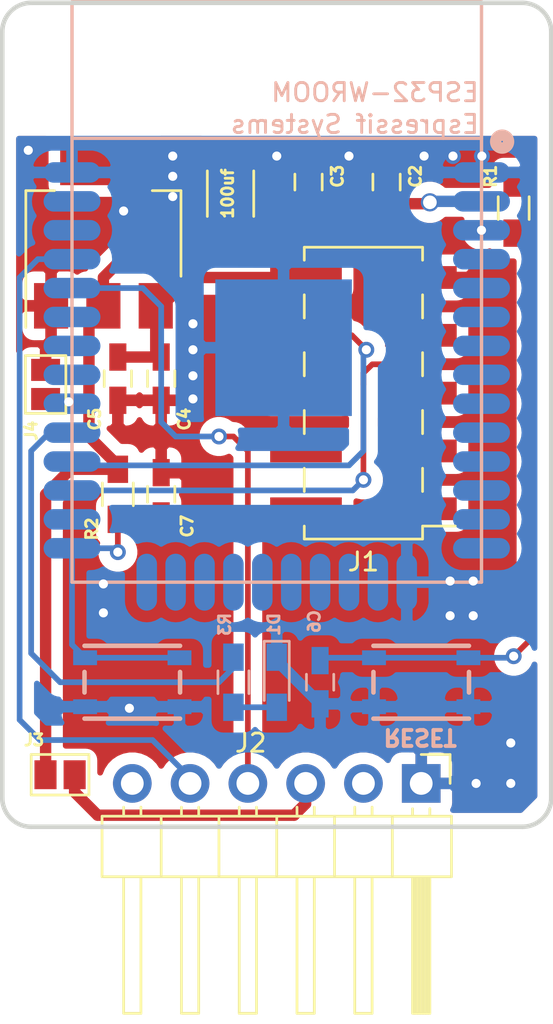
<source format=kicad_pcb>
(kicad_pcb (version 20171130) (host pcbnew "(5.1.5)-2")

  (general
    (thickness 1.6)
    (drawings 9)
    (tracks 179)
    (zones 0)
    (modules 19)
    (nets 14)
  )

  (page A4)
  (title_block
    (title "ESP32 miniBT")
    (date 2018-06-04)
    (rev 1.0)
  )

  (layers
    (0 F.Cu signal)
    (31 B.Cu signal)
    (32 B.Adhes user)
    (33 F.Adhes user)
    (34 B.Paste user)
    (35 F.Paste user)
    (36 B.SilkS user)
    (37 F.SilkS user)
    (38 B.Mask user hide)
    (39 F.Mask user hide)
    (40 Dwgs.User user)
    (41 Cmts.User user)
    (42 Eco1.User user)
    (43 Eco2.User user hide)
    (44 Edge.Cuts user)
    (45 Margin user)
    (46 B.CrtYd user)
    (47 F.CrtYd user)
    (48 B.Fab user)
    (49 F.Fab user)
  )

  (setup
    (last_trace_width 0.25)
    (user_trace_width 0.5)
    (trace_clearance 0.2)
    (zone_clearance 0.508)
    (zone_45_only yes)
    (trace_min 0.2)
    (via_size 0.7)
    (via_drill 0.4)
    (via_min_size 0.7)
    (via_min_drill 0.3)
    (user_via 0.8 0.6)
    (uvia_size 0.3)
    (uvia_drill 0.1)
    (uvias_allowed no)
    (uvia_min_size 0.2)
    (uvia_min_drill 0.1)
    (edge_width 0.2)
    (segment_width 0.2)
    (pcb_text_width 0.3)
    (pcb_text_size 1.5 1.5)
    (mod_edge_width 0.15)
    (mod_text_size 0.5 0.5)
    (mod_text_width 0.125)
    (pad_size 1.524 1.524)
    (pad_drill 0.762)
    (pad_to_mask_clearance 0.2)
    (aux_axis_origin 0 0)
    (grid_origin 167.259 79.502)
    (visible_elements 7FFFFFFF)
    (pcbplotparams
      (layerselection 0x010f0_80000001)
      (usegerberextensions true)
      (usegerberattributes false)
      (usegerberadvancedattributes false)
      (creategerberjobfile false)
      (excludeedgelayer true)
      (linewidth 0.100000)
      (plotframeref false)
      (viasonmask false)
      (mode 1)
      (useauxorigin false)
      (hpglpennumber 1)
      (hpglpenspeed 20)
      (hpglpendiameter 15.000000)
      (psnegative false)
      (psa4output false)
      (plotreference true)
      (plotvalue true)
      (plotinvisibletext false)
      (padsonsilk false)
      (subtractmaskfromsilk true)
      (outputformat 1)
      (mirror false)
      (drillshape 0)
      (scaleselection 1)
      (outputdirectory "plots/"))
  )

  (net 0 "")
  (net 1 +3V3)
  (net 2 GND)
  (net 3 VCC)
  (net 4 EN)
  (net 5 IO5)
  (net 6 IO17)
  (net 7 IO16)
  (net 8 "IO0(boot)")
  (net 9 "Net-(D1-Pad2)")
  (net 10 TXDtoRXD0)
  (net 11 RXDtoTXD0)
  (net 12 "Net-(J2-Pad3)")
  (net 13 IO18)

  (net_class Default "This is the default net class."
    (clearance 0.2)
    (trace_width 0.25)
    (via_dia 0.7)
    (via_drill 0.4)
    (uvia_dia 0.3)
    (uvia_drill 0.1)
    (add_net +3V3)
    (add_net EN)
    (add_net GND)
    (add_net "IO0(boot)")
    (add_net IO16)
    (add_net IO17)
    (add_net IO18)
    (add_net IO5)
    (add_net "Net-(D1-Pad2)")
    (add_net "Net-(J2-Pad3)")
    (add_net RXDtoTXD0)
    (add_net TXDtoRXD0)
    (add_net VCC)
  )

  (net_class power ""
    (clearance 0.2)
    (trace_width 0.5)
    (via_dia 0.9)
    (via_drill 0.6)
    (uvia_dia 0.7)
    (uvia_drill 0.4)
  )

  (module TO_SOT_Packages_SMD:SOT-223 (layer F.Cu) (tedit 5B337BE4) (tstamp 58CD4D98)
    (at 161.544 71.882 90)
    (descr "module CMS SOT223 4 pins")
    (tags "CMS SOT")
    (path /58CDA4B0)
    (attr smd)
    (fp_text reference U1 (at 2.54 -2.794 180) (layer F.Fab)
      (effects (font (size 0.5 0.5) (thickness 0.125)))
    )
    (fp_text value U1 (at 2.54 -2.794 180) (layer F.Fab) hide
      (effects (font (size 0.8 0.8) (thickness 0.125)))
    )
    (fp_line (start -1.85 -2.3) (end -0.8 -3.35) (layer F.Fab) (width 0.1))
    (fp_line (start 1.91 3.41) (end 1.91 2.15) (layer F.SilkS) (width 0.12))
    (fp_line (start 1.91 -3.41) (end 1.91 -2.15) (layer F.SilkS) (width 0.12))
    (fp_line (start 4.4 -3.6) (end -4.4 -3.6) (layer F.CrtYd) (width 0.05))
    (fp_line (start 4.4 3.6) (end 4.4 -3.6) (layer F.CrtYd) (width 0.05))
    (fp_line (start -4.4 3.6) (end 4.4 3.6) (layer F.CrtYd) (width 0.05))
    (fp_line (start -4.4 -3.6) (end -4.4 3.6) (layer F.CrtYd) (width 0.05))
    (fp_line (start -1.85 -2.3) (end -1.85 3.35) (layer F.Fab) (width 0.1))
    (fp_line (start -1.85 3.41) (end 1.91 3.41) (layer F.SilkS) (width 0.12))
    (fp_line (start -0.8 -3.35) (end 1.85 -3.35) (layer F.Fab) (width 0.1))
    (fp_line (start -4.1 -3.41) (end 1.91 -3.41) (layer F.SilkS) (width 0.12))
    (fp_line (start -1.85 3.35) (end 1.85 3.35) (layer F.Fab) (width 0.1))
    (fp_line (start 1.85 -3.35) (end 1.85 3.35) (layer F.Fab) (width 0.1))
    (pad 4 smd rect (at 3.15 0 90) (size 2 3.8) (layers F.Cu F.Paste F.Mask))
    (pad 2 smd rect (at -3.15 0 90) (size 2 1.5) (layers F.Cu F.Paste F.Mask)
      (net 1 +3V3))
    (pad 3 smd rect (at -3.15 2.3 90) (size 2 1.5) (layers F.Cu F.Paste F.Mask)
      (net 3 VCC))
    (pad 1 smd rect (at -3.15 -2.3 90) (size 2 1.5) (layers F.Cu F.Paste F.Mask)
      (net 2 GND))
    (model TO_SOT_Packages_SMD.3dshapes/SOT-223.wrl
      (at (xyz 0 0 0))
      (scale (xyz 0.4 0.4 0.4))
      (rotate (xyz 0 0 90))
    )
  )

  (module switch:SKRPACE010 (layer B.Cu) (tedit 5B13FAF6) (tstamp 58AAE540)
    (at 162.814 91.567 180)
    (descr http://akizukidenshi.com/download/ds/alps/SKRPACE010.pdf)
    (tags "Tactile Switch")
    (path /58AADA65)
    (fp_text reference SW2 (at 0 3.302 180) (layer B.Fab) hide
      (effects (font (size 0.5 0.5) (thickness 0.125)) (justify mirror))
    )
    (fp_text value SWITCH_SPST (at -0.127 2.54 180) (layer B.SilkS) hide
      (effects (font (size 0.5 0.5) (thickness 0.125)) (justify mirror))
    )
    (fp_line (start -3.1 2.1) (end 3.1 2.1) (layer B.CrtYd) (width 0.15))
    (fp_line (start 3.1 2.1) (end 3.1 -2.1) (layer B.CrtYd) (width 0.15))
    (fp_line (start 3.1 -2.1) (end -3.1 -2.1) (layer B.CrtYd) (width 0.15))
    (fp_line (start -3.1 -2.1) (end -3.1 2.1) (layer B.CrtYd) (width 0.15))
    (fp_line (start 2.1 0.45) (end 2.1 -0.45) (layer B.SilkS) (width 0.2))
    (fp_line (start -2.1 -0.45) (end -2.1 0.45) (layer B.SilkS) (width 0.2))
    (fp_line (start -2.1 -1.6) (end 2.1 -1.6) (layer B.SilkS) (width 0.2))
    (fp_line (start -2.1 1.6) (end 2.1 1.6) (layer B.SilkS) (width 0.2))
    (pad 1 smd rect (at -2.075 1.075 180) (size 1.05 0.65) (layers B.Cu B.Paste B.Mask)
      (net 8 "IO0(boot)"))
    (pad 1 smd rect (at 2.075 1.075 180) (size 1.05 0.65) (layers B.Cu B.Paste B.Mask)
      (net 8 "IO0(boot)"))
    (pad 2 smd rect (at -2.075 -1.075 180) (size 1.05 0.65) (layers B.Cu B.Paste B.Mask)
      (net 2 GND))
    (pad 2 smd rect (at 2.075 -1.075 180) (size 1.05 0.65) (layers B.Cu B.Paste B.Mask)
      (net 2 GND))
  )

  (module ESP32-footprints-Lib:ESP32-WROOM (layer B.Cu) (tedit 5B337D24) (tstamp 589736FD)
    (at 169.164 74.422)
    (path /58986BAE)
    (fp_text reference U2 (at 8.382 -9.906 180) (layer B.SilkS) hide
      (effects (font (size 0.5 0.5) (thickness 0.125)) (justify mirror))
    )
    (fp_text value ESP32-WROOM (at 4.318 -8.763) (layer B.Fab)
      (effects (font (size 0.8 0.8) (thickness 0.125)) (justify mirror))
    )
    (fp_text user "Espressif Systems" (at 3.429 -7.366) (layer B.SilkS)
      (effects (font (size 0.8 0.8) (thickness 0.125)) (justify mirror))
    )
    (fp_circle (center 9.906 -6.604) (end 10.033 -6.858) (layer B.SilkS) (width 0.5))
    (fp_text user ESP32-WROOM (at 4.318 -8.763) (layer B.SilkS)
      (effects (font (size 0.8 0.8) (thickness 0.125)) (justify mirror))
    )
    (fp_line (start -9 -6.75) (end 9 -6.75) (layer B.SilkS) (width 0.15))
    (fp_line (start 9 -12.75) (end 9 12.75) (layer B.SilkS) (width 0.15))
    (fp_line (start -9 -12.75) (end -9 12.75) (layer B.SilkS) (width 0.15))
    (fp_line (start -9 12.75) (end 9 12.75) (layer B.SilkS) (width 0.15))
    (fp_line (start -9 -12.75) (end 9 -12.75) (layer B.SilkS) (width 0.15))
    (pad 38 smd oval (at -9 -5.25) (size 2.5 0.9) (layers B.Cu B.Paste B.Mask)
      (net 2 GND))
    (pad 37 smd oval (at -9 -3.98) (size 2.5 0.9) (layers B.Cu B.Paste B.Mask))
    (pad 36 smd oval (at -9 -2.71) (size 2.5 0.9) (layers B.Cu B.Paste B.Mask))
    (pad 35 smd oval (at -9 -1.44) (size 2.5 0.9) (layers B.Cu B.Paste B.Mask)
      (net 11 RXDtoTXD0))
    (pad 34 smd oval (at -9 -0.17) (size 2.5 0.9) (layers B.Cu B.Paste B.Mask)
      (net 10 TXDtoRXD0))
    (pad 33 smd oval (at -9 1.1) (size 2.5 0.9) (layers B.Cu B.Paste B.Mask))
    (pad 32 smd oval (at -9 2.37) (size 2.5 0.9) (layers B.Cu B.Paste B.Mask))
    (pad 31 smd oval (at -9 3.64) (size 2.5 0.9) (layers B.Cu B.Paste B.Mask))
    (pad 30 smd oval (at -9 4.91) (size 2.5 0.9) (layers B.Cu B.Paste B.Mask)
      (net 13 IO18))
    (pad 29 smd oval (at -9 6.18) (size 2.5 0.9) (layers B.Cu B.Paste B.Mask)
      (net 5 IO5))
    (pad 28 smd oval (at -9 7.45) (size 2.5 0.9) (layers B.Cu B.Paste B.Mask)
      (net 6 IO17))
    (pad 27 smd oval (at -9 8.72) (size 2.5 0.9) (layers B.Cu B.Paste B.Mask)
      (net 7 IO16))
    (pad 26 smd oval (at -9 9.99) (size 2.5 0.9) (layers B.Cu B.Paste B.Mask))
    (pad 25 smd oval (at -9 11.26) (size 2.5 0.9) (layers B.Cu B.Paste B.Mask)
      (net 8 "IO0(boot)"))
    (pad 24 smd oval (at -5.715 12.75) (size 0.9 2.5) (layers B.Cu B.Paste B.Mask))
    (pad 23 smd oval (at -4.445 12.75) (size 0.9 2.5) (layers B.Cu B.Paste B.Mask))
    (pad 22 smd oval (at -3.175 12.75) (size 0.9 2.5) (layers B.Cu B.Paste B.Mask))
    (pad 21 smd oval (at -1.905 12.75) (size 0.9 2.5) (layers B.Cu B.Paste B.Mask))
    (pad 20 smd oval (at -0.635 12.75) (size 0.9 2.5) (layers B.Cu B.Paste B.Mask))
    (pad 19 smd oval (at 0.635 12.75) (size 0.9 2.5) (layers B.Cu B.Paste B.Mask))
    (pad 18 smd oval (at 1.905 12.75) (size 0.9 2.5) (layers B.Cu B.Paste B.Mask))
    (pad 17 smd oval (at 3.175 12.75) (size 0.9 2.5) (layers B.Cu B.Paste B.Mask))
    (pad 16 smd oval (at 4.445 12.75) (size 0.9 2.5) (layers B.Cu B.Paste B.Mask))
    (pad 15 smd oval (at 5.715 12.75) (size 0.9 2.5) (layers B.Cu B.Paste B.Mask)
      (net 2 GND))
    (pad 14 smd oval (at 9 11.26) (size 2.5 0.9) (layers B.Cu B.Paste B.Mask))
    (pad 13 smd oval (at 9 9.99) (size 2.5 0.9) (layers B.Cu B.Paste B.Mask))
    (pad 12 smd oval (at 9 8.72) (size 2.5 0.9) (layers B.Cu B.Paste B.Mask))
    (pad 11 smd oval (at 9 7.45) (size 2.5 0.9) (layers B.Cu B.Paste B.Mask))
    (pad 10 smd oval (at 9 6.18) (size 2.5 0.9) (layers B.Cu B.Paste B.Mask))
    (pad 9 smd oval (at 9 4.91) (size 2.5 0.9) (layers B.Cu B.Paste B.Mask))
    (pad 8 smd oval (at 9 3.64) (size 2.5 0.9) (layers B.Cu B.Paste B.Mask))
    (pad 7 smd oval (at 9 2.37) (size 2.5 0.9) (layers B.Cu B.Paste B.Mask))
    (pad 6 smd oval (at 9 1.1) (size 2.5 0.9) (layers B.Cu B.Paste B.Mask))
    (pad 5 smd oval (at 9 -0.17) (size 2.5 0.9) (layers B.Cu B.Paste B.Mask))
    (pad 4 smd oval (at 9 -1.44) (size 2.5 0.9) (layers B.Cu B.Paste B.Mask))
    (pad 3 smd oval (at 9 -2.71) (size 2.5 0.9) (layers B.Cu B.Paste B.Mask)
      (net 4 EN))
    (pad 2 smd oval (at 9 -3.98) (size 2.5 0.9) (layers B.Cu B.Paste B.Mask)
      (net 1 +3V3))
    (pad 1 smd oval (at 9 -5.25) (size 2.5 0.9) (layers B.Cu B.Paste B.Mask)
      (net 2 GND))
    (pad 39 smd rect (at 0.3 2.45) (size 6 6) (layers B.Cu B.Paste B.Mask)
      (net 2 GND))
  )

  (module switch:SKRPACE010 (layer B.Cu) (tedit 5B13FAE4) (tstamp 58B12843)
    (at 175.514 91.567 180)
    (descr http://akizukidenshi.com/download/ds/alps/SKRPACE010.pdf)
    (tags "Tactile Switch")
    (path /58B0F631)
    (fp_text reference SW1 (at 0 3.302 180) (layer B.Fab) hide
      (effects (font (size 0.5 0.5) (thickness 0.125)) (justify mirror))
    )
    (fp_text value SWITCH_SPST (at 0.127 2.54 180) (layer B.SilkS) hide
      (effects (font (size 0.5 0.5) (thickness 0.125)) (justify mirror))
    )
    (fp_line (start -3.1 2.1) (end 3.1 2.1) (layer B.CrtYd) (width 0.15))
    (fp_line (start 3.1 2.1) (end 3.1 -2.1) (layer B.CrtYd) (width 0.15))
    (fp_line (start 3.1 -2.1) (end -3.1 -2.1) (layer B.CrtYd) (width 0.15))
    (fp_line (start -3.1 -2.1) (end -3.1 2.1) (layer B.CrtYd) (width 0.15))
    (fp_line (start 2.1 0.45) (end 2.1 -0.45) (layer B.SilkS) (width 0.2))
    (fp_line (start -2.1 -0.45) (end -2.1 0.45) (layer B.SilkS) (width 0.2))
    (fp_line (start -2.1 -1.6) (end 2.1 -1.6) (layer B.SilkS) (width 0.2))
    (fp_line (start -2.1 1.6) (end 2.1 1.6) (layer B.SilkS) (width 0.2))
    (pad 1 smd rect (at -2.075 1.075 180) (size 1.05 0.65) (layers B.Cu B.Paste B.Mask)
      (net 4 EN))
    (pad 1 smd rect (at 2.075 1.075 180) (size 1.05 0.65) (layers B.Cu B.Paste B.Mask)
      (net 4 EN))
    (pad 2 smd rect (at -2.075 -1.075 180) (size 1.05 0.65) (layers B.Cu B.Paste B.Mask)
      (net 2 GND))
    (pad 2 smd rect (at 2.075 -1.075 180) (size 1.05 0.65) (layers B.Cu B.Paste B.Mask)
      (net 2 GND))
  )

  (module Capacitors_SMD:C_1206 (layer F.Cu) (tedit 5B337745) (tstamp 58CD47D4)
    (at 167.132 70.104 90)
    (descr "Capacitor SMD 1206, reflow soldering, AVX (see smccp.pdf)")
    (tags "capacitor 1206")
    (path /58CD61C2)
    (attr smd)
    (fp_text reference C1 (at 0.762 1.651 90) (layer F.SilkS) hide
      (effects (font (size 0.5 0.5) (thickness 0.125)))
    )
    (fp_text value 100uf (at 0 -0.127 90) (layer F.SilkS)
      (effects (font (size 0.5 0.5) (thickness 0.125)))
    )
    (fp_text user %R (at 0.0508 0.0508 90) (layer F.Fab)
      (effects (font (size 0.5 0.5) (thickness 0.125)))
    )
    (fp_line (start -1.6 0.8) (end -1.6 -0.8) (layer F.Fab) (width 0.1))
    (fp_line (start 1.6 0.8) (end -1.6 0.8) (layer F.Fab) (width 0.1))
    (fp_line (start 1.6 -0.8) (end 1.6 0.8) (layer F.Fab) (width 0.1))
    (fp_line (start -1.6 -0.8) (end 1.6 -0.8) (layer F.Fab) (width 0.1))
    (fp_line (start 1 -1.02) (end -1 -1.02) (layer F.SilkS) (width 0.12))
    (fp_line (start -1 1.02) (end 1 1.02) (layer F.SilkS) (width 0.12))
    (fp_line (start -2.25 -1.05) (end 2.25 -1.05) (layer F.CrtYd) (width 0.05))
    (fp_line (start -2.25 -1.05) (end -2.25 1.05) (layer F.CrtYd) (width 0.05))
    (fp_line (start 2.25 1.05) (end 2.25 -1.05) (layer F.CrtYd) (width 0.05))
    (fp_line (start 2.25 1.05) (end -2.25 1.05) (layer F.CrtYd) (width 0.05))
    (pad 1 smd rect (at -1.5 0 90) (size 1 1.6) (layers F.Cu F.Paste F.Mask)
      (net 1 +3V3))
    (pad 2 smd rect (at 1.5 0 90) (size 1 1.6) (layers F.Cu F.Paste F.Mask)
      (net 2 GND))
    (model Capacitors_SMD.3dshapes/C_1206.wrl
      (at (xyz 0 0 0))
      (scale (xyz 1 1 1))
      (rotate (xyz 0 0 0))
    )
  )

  (module Pin_Headers:Pin_Header_Straight_2x05_Pitch2.54mm_SMD (layer F.Cu) (tedit 5B337B99) (tstamp 5B11676E)
    (at 172.974 78.867 180)
    (descr "surface-mounted straight pin header, 2x05, 2.54mm pitch, double rows")
    (tags "Surface mounted pin header SMD 2x05 2.54mm double row")
    (path /5B11698C)
    (attr smd)
    (fp_text reference J1 (at 0 -7.41 180) (layer F.SilkS)
      (effects (font (size 0.8 0.8) (thickness 0.125)))
    )
    (fp_text value Conn_FlipMouse (at 0.127 6.731 180) (layer F.Fab)
      (effects (font (size 0.5 0.5) (thickness 0.125)))
    )
    (fp_line (start 2.54 6.35) (end -2.54 6.35) (layer F.Fab) (width 0.1))
    (fp_line (start -1.59 -6.35) (end 2.54 -6.35) (layer F.Fab) (width 0.1))
    (fp_line (start -2.54 6.35) (end -2.54 -5.4) (layer F.Fab) (width 0.1))
    (fp_line (start -2.54 -5.4) (end -1.59 -6.35) (layer F.Fab) (width 0.1))
    (fp_line (start 2.54 -6.35) (end 2.54 6.35) (layer F.Fab) (width 0.1))
    (fp_line (start -2.54 -5.4) (end -3.6 -5.4) (layer F.Fab) (width 0.1))
    (fp_line (start -3.6 -5.4) (end -3.6 -4.76) (layer F.Fab) (width 0.1))
    (fp_line (start -3.6 -4.76) (end -2.54 -4.76) (layer F.Fab) (width 0.1))
    (fp_line (start 2.54 -5.4) (end 3.6 -5.4) (layer F.Fab) (width 0.1))
    (fp_line (start 3.6 -5.4) (end 3.6 -4.76) (layer F.Fab) (width 0.1))
    (fp_line (start 3.6 -4.76) (end 2.54 -4.76) (layer F.Fab) (width 0.1))
    (fp_line (start -2.54 -2.86) (end -3.6 -2.86) (layer F.Fab) (width 0.1))
    (fp_line (start -3.6 -2.86) (end -3.6 -2.22) (layer F.Fab) (width 0.1))
    (fp_line (start -3.6 -2.22) (end -2.54 -2.22) (layer F.Fab) (width 0.1))
    (fp_line (start 2.54 -2.86) (end 3.6 -2.86) (layer F.Fab) (width 0.1))
    (fp_line (start 3.6 -2.86) (end 3.6 -2.22) (layer F.Fab) (width 0.1))
    (fp_line (start 3.6 -2.22) (end 2.54 -2.22) (layer F.Fab) (width 0.1))
    (fp_line (start -2.54 -0.32) (end -3.6 -0.32) (layer F.Fab) (width 0.1))
    (fp_line (start -3.6 -0.32) (end -3.6 0.32) (layer F.Fab) (width 0.1))
    (fp_line (start -3.6 0.32) (end -2.54 0.32) (layer F.Fab) (width 0.1))
    (fp_line (start 2.54 -0.32) (end 3.6 -0.32) (layer F.Fab) (width 0.1))
    (fp_line (start 3.6 -0.32) (end 3.6 0.32) (layer F.Fab) (width 0.1))
    (fp_line (start 3.6 0.32) (end 2.54 0.32) (layer F.Fab) (width 0.1))
    (fp_line (start -2.54 2.22) (end -3.6 2.22) (layer F.Fab) (width 0.1))
    (fp_line (start -3.6 2.22) (end -3.6 2.86) (layer F.Fab) (width 0.1))
    (fp_line (start -3.6 2.86) (end -2.54 2.86) (layer F.Fab) (width 0.1))
    (fp_line (start 2.54 2.22) (end 3.6 2.22) (layer F.Fab) (width 0.1))
    (fp_line (start 3.6 2.22) (end 3.6 2.86) (layer F.Fab) (width 0.1))
    (fp_line (start 3.6 2.86) (end 2.54 2.86) (layer F.Fab) (width 0.1))
    (fp_line (start -2.54 4.76) (end -3.6 4.76) (layer F.Fab) (width 0.1))
    (fp_line (start -3.6 4.76) (end -3.6 5.4) (layer F.Fab) (width 0.1))
    (fp_line (start -3.6 5.4) (end -2.54 5.4) (layer F.Fab) (width 0.1))
    (fp_line (start 2.54 4.76) (end 3.6 4.76) (layer F.Fab) (width 0.1))
    (fp_line (start 3.6 4.76) (end 3.6 5.4) (layer F.Fab) (width 0.1))
    (fp_line (start 3.6 5.4) (end 2.54 5.4) (layer F.Fab) (width 0.1))
    (fp_line (start -2.6 -6.41) (end 2.6 -6.41) (layer F.SilkS) (width 0.12))
    (fp_line (start -2.6 6.41) (end 2.6 6.41) (layer F.SilkS) (width 0.12))
    (fp_line (start -4.04 -5.84) (end -2.6 -5.84) (layer F.SilkS) (width 0.12))
    (fp_line (start -2.6 -6.41) (end -2.6 -5.84) (layer F.SilkS) (width 0.12))
    (fp_line (start 2.6 -6.41) (end 2.6 -5.84) (layer F.SilkS) (width 0.12))
    (fp_line (start -2.6 5.84) (end -2.6 6.41) (layer F.SilkS) (width 0.12))
    (fp_line (start 2.6 5.84) (end 2.6 6.41) (layer F.SilkS) (width 0.12))
    (fp_line (start -2.6 -4.32) (end -2.6 -3.3) (layer F.SilkS) (width 0.12))
    (fp_line (start 2.6 -4.32) (end 2.6 -3.3) (layer F.SilkS) (width 0.12))
    (fp_line (start -2.6 -1.78) (end -2.6 -0.76) (layer F.SilkS) (width 0.12))
    (fp_line (start 2.6 -1.78) (end 2.6 -0.76) (layer F.SilkS) (width 0.12))
    (fp_line (start -2.6 0.76) (end -2.6 1.78) (layer F.SilkS) (width 0.12))
    (fp_line (start 2.6 0.76) (end 2.6 1.78) (layer F.SilkS) (width 0.12))
    (fp_line (start -2.6 3.3) (end -2.6 4.32) (layer F.SilkS) (width 0.12))
    (fp_line (start 2.6 3.3) (end 2.6 4.32) (layer F.SilkS) (width 0.12))
    (fp_line (start -5.9 -6.85) (end -5.9 6.85) (layer F.CrtYd) (width 0.05))
    (fp_line (start -5.9 6.85) (end 5.9 6.85) (layer F.CrtYd) (width 0.05))
    (fp_line (start 5.9 6.85) (end 5.9 -6.85) (layer F.CrtYd) (width 0.05))
    (fp_line (start 5.9 -6.85) (end -5.9 -6.85) (layer F.CrtYd) (width 0.05))
    (fp_text user %R (at 0 0 270) (layer F.Fab)
      (effects (font (size 0.5 0.5) (thickness 0.125)))
    )
    (pad 1 smd rect (at -2.525 -5.08 180) (size 3.15 1) (layers F.Cu F.Paste F.Mask))
    (pad 2 smd rect (at 2.525 -5.08 180) (size 3.15 1) (layers F.Cu F.Paste F.Mask))
    (pad 3 smd rect (at -2.525 -2.54 180) (size 3.15 1) (layers F.Cu F.Paste F.Mask))
    (pad 4 smd rect (at 2.525 -2.54 180) (size 3.15 1) (layers F.Cu F.Paste F.Mask))
    (pad 5 smd rect (at -2.525 0 180) (size 3.15 1) (layers F.Cu F.Paste F.Mask))
    (pad 6 smd rect (at 2.525 0 180) (size 3.15 1) (layers F.Cu F.Paste F.Mask))
    (pad 7 smd rect (at -2.525 2.54 180) (size 3.15 1) (layers F.Cu F.Paste F.Mask)
      (net 7 IO16))
    (pad 8 smd rect (at 2.525 2.54 180) (size 3.15 1) (layers F.Cu F.Paste F.Mask)
      (net 6 IO17))
    (pad 9 smd rect (at -2.525 5.08 180) (size 3.15 1) (layers F.Cu F.Paste F.Mask)
      (net 2 GND))
    (pad 10 smd rect (at 2.525 5.08 180) (size 3.15 1) (layers F.Cu F.Paste F.Mask)
      (net 3 VCC))
    (model ${KISYS3DMOD}/Pin_Headers.3dshapes/Pin_Header_Straight_2x05_Pitch2.54mm_SMD.wrl
      (at (xyz 0 0 0))
      (scale (xyz 1 1 1))
      (rotate (xyz 0 0 0))
    )
  )

  (module Pin_Headers:Pin_Header_Angled_1x06_Pitch2.54mm (layer F.Cu) (tedit 5B337BB5) (tstamp 5B131BAA)
    (at 175.514 96.012 270)
    (descr "Through hole angled pin header, 1x06, 2.54mm pitch, 6mm pin length, single row")
    (tags "Through hole angled pin header THT 1x06 2.54mm single row")
    (path /5B13385C)
    (fp_text reference J2 (at -1.778 7.493) (layer F.SilkS)
      (effects (font (size 0.8 0.8) (thickness 0.125)))
    )
    (fp_text value Conn_01x06 (at -1.397 0.635) (layer F.Fab)
      (effects (font (size 0.5 0.5) (thickness 0.125)))
    )
    (fp_line (start 2.135 -1.27) (end 4.04 -1.27) (layer F.Fab) (width 0.1))
    (fp_line (start 4.04 -1.27) (end 4.04 13.97) (layer F.Fab) (width 0.1))
    (fp_line (start 4.04 13.97) (end 1.5 13.97) (layer F.Fab) (width 0.1))
    (fp_line (start 1.5 13.97) (end 1.5 -0.635) (layer F.Fab) (width 0.1))
    (fp_line (start 1.5 -0.635) (end 2.135 -1.27) (layer F.Fab) (width 0.1))
    (fp_line (start -0.32 -0.32) (end 1.5 -0.32) (layer F.Fab) (width 0.1))
    (fp_line (start -0.32 -0.32) (end -0.32 0.32) (layer F.Fab) (width 0.1))
    (fp_line (start -0.32 0.32) (end 1.5 0.32) (layer F.Fab) (width 0.1))
    (fp_line (start 4.04 -0.32) (end 10.04 -0.32) (layer F.Fab) (width 0.1))
    (fp_line (start 10.04 -0.32) (end 10.04 0.32) (layer F.Fab) (width 0.1))
    (fp_line (start 4.04 0.32) (end 10.04 0.32) (layer F.Fab) (width 0.1))
    (fp_line (start -0.32 2.22) (end 1.5 2.22) (layer F.Fab) (width 0.1))
    (fp_line (start -0.32 2.22) (end -0.32 2.86) (layer F.Fab) (width 0.1))
    (fp_line (start -0.32 2.86) (end 1.5 2.86) (layer F.Fab) (width 0.1))
    (fp_line (start 4.04 2.22) (end 10.04 2.22) (layer F.Fab) (width 0.1))
    (fp_line (start 10.04 2.22) (end 10.04 2.86) (layer F.Fab) (width 0.1))
    (fp_line (start 4.04 2.86) (end 10.04 2.86) (layer F.Fab) (width 0.1))
    (fp_line (start -0.32 4.76) (end 1.5 4.76) (layer F.Fab) (width 0.1))
    (fp_line (start -0.32 4.76) (end -0.32 5.4) (layer F.Fab) (width 0.1))
    (fp_line (start -0.32 5.4) (end 1.5 5.4) (layer F.Fab) (width 0.1))
    (fp_line (start 4.04 4.76) (end 10.04 4.76) (layer F.Fab) (width 0.1))
    (fp_line (start 10.04 4.76) (end 10.04 5.4) (layer F.Fab) (width 0.1))
    (fp_line (start 4.04 5.4) (end 10.04 5.4) (layer F.Fab) (width 0.1))
    (fp_line (start -0.32 7.3) (end 1.5 7.3) (layer F.Fab) (width 0.1))
    (fp_line (start -0.32 7.3) (end -0.32 7.94) (layer F.Fab) (width 0.1))
    (fp_line (start -0.32 7.94) (end 1.5 7.94) (layer F.Fab) (width 0.1))
    (fp_line (start 4.04 7.3) (end 10.04 7.3) (layer F.Fab) (width 0.1))
    (fp_line (start 10.04 7.3) (end 10.04 7.94) (layer F.Fab) (width 0.1))
    (fp_line (start 4.04 7.94) (end 10.04 7.94) (layer F.Fab) (width 0.1))
    (fp_line (start -0.32 9.84) (end 1.5 9.84) (layer F.Fab) (width 0.1))
    (fp_line (start -0.32 9.84) (end -0.32 10.48) (layer F.Fab) (width 0.1))
    (fp_line (start -0.32 10.48) (end 1.5 10.48) (layer F.Fab) (width 0.1))
    (fp_line (start 4.04 9.84) (end 10.04 9.84) (layer F.Fab) (width 0.1))
    (fp_line (start 10.04 9.84) (end 10.04 10.48) (layer F.Fab) (width 0.1))
    (fp_line (start 4.04 10.48) (end 10.04 10.48) (layer F.Fab) (width 0.1))
    (fp_line (start -0.32 12.38) (end 1.5 12.38) (layer F.Fab) (width 0.1))
    (fp_line (start -0.32 12.38) (end -0.32 13.02) (layer F.Fab) (width 0.1))
    (fp_line (start -0.32 13.02) (end 1.5 13.02) (layer F.Fab) (width 0.1))
    (fp_line (start 4.04 12.38) (end 10.04 12.38) (layer F.Fab) (width 0.1))
    (fp_line (start 10.04 12.38) (end 10.04 13.02) (layer F.Fab) (width 0.1))
    (fp_line (start 4.04 13.02) (end 10.04 13.02) (layer F.Fab) (width 0.1))
    (fp_line (start 1.44 -1.33) (end 1.44 14.03) (layer F.SilkS) (width 0.12))
    (fp_line (start 1.44 14.03) (end 4.1 14.03) (layer F.SilkS) (width 0.12))
    (fp_line (start 4.1 14.03) (end 4.1 -1.33) (layer F.SilkS) (width 0.12))
    (fp_line (start 4.1 -1.33) (end 1.44 -1.33) (layer F.SilkS) (width 0.12))
    (fp_line (start 4.1 -0.38) (end 10.1 -0.38) (layer F.SilkS) (width 0.12))
    (fp_line (start 10.1 -0.38) (end 10.1 0.38) (layer F.SilkS) (width 0.12))
    (fp_line (start 10.1 0.38) (end 4.1 0.38) (layer F.SilkS) (width 0.12))
    (fp_line (start 4.1 -0.32) (end 10.1 -0.32) (layer F.SilkS) (width 0.12))
    (fp_line (start 4.1 -0.2) (end 10.1 -0.2) (layer F.SilkS) (width 0.12))
    (fp_line (start 4.1 -0.08) (end 10.1 -0.08) (layer F.SilkS) (width 0.12))
    (fp_line (start 4.1 0.04) (end 10.1 0.04) (layer F.SilkS) (width 0.12))
    (fp_line (start 4.1 0.16) (end 10.1 0.16) (layer F.SilkS) (width 0.12))
    (fp_line (start 4.1 0.28) (end 10.1 0.28) (layer F.SilkS) (width 0.12))
    (fp_line (start 1.11 -0.38) (end 1.44 -0.38) (layer F.SilkS) (width 0.12))
    (fp_line (start 1.11 0.38) (end 1.44 0.38) (layer F.SilkS) (width 0.12))
    (fp_line (start 1.44 1.27) (end 4.1 1.27) (layer F.SilkS) (width 0.12))
    (fp_line (start 4.1 2.16) (end 10.1 2.16) (layer F.SilkS) (width 0.12))
    (fp_line (start 10.1 2.16) (end 10.1 2.92) (layer F.SilkS) (width 0.12))
    (fp_line (start 10.1 2.92) (end 4.1 2.92) (layer F.SilkS) (width 0.12))
    (fp_line (start 1.042929 2.16) (end 1.44 2.16) (layer F.SilkS) (width 0.12))
    (fp_line (start 1.042929 2.92) (end 1.44 2.92) (layer F.SilkS) (width 0.12))
    (fp_line (start 1.44 3.81) (end 4.1 3.81) (layer F.SilkS) (width 0.12))
    (fp_line (start 4.1 4.7) (end 10.1 4.7) (layer F.SilkS) (width 0.12))
    (fp_line (start 10.1 4.7) (end 10.1 5.46) (layer F.SilkS) (width 0.12))
    (fp_line (start 10.1 5.46) (end 4.1 5.46) (layer F.SilkS) (width 0.12))
    (fp_line (start 1.042929 4.7) (end 1.44 4.7) (layer F.SilkS) (width 0.12))
    (fp_line (start 1.042929 5.46) (end 1.44 5.46) (layer F.SilkS) (width 0.12))
    (fp_line (start 1.44 6.35) (end 4.1 6.35) (layer F.SilkS) (width 0.12))
    (fp_line (start 4.1 7.24) (end 10.1 7.24) (layer F.SilkS) (width 0.12))
    (fp_line (start 10.1 7.24) (end 10.1 8) (layer F.SilkS) (width 0.12))
    (fp_line (start 10.1 8) (end 4.1 8) (layer F.SilkS) (width 0.12))
    (fp_line (start 1.042929 7.24) (end 1.44 7.24) (layer F.SilkS) (width 0.12))
    (fp_line (start 1.042929 8) (end 1.44 8) (layer F.SilkS) (width 0.12))
    (fp_line (start 1.44 8.89) (end 4.1 8.89) (layer F.SilkS) (width 0.12))
    (fp_line (start 4.1 9.78) (end 10.1 9.78) (layer F.SilkS) (width 0.12))
    (fp_line (start 10.1 9.78) (end 10.1 10.54) (layer F.SilkS) (width 0.12))
    (fp_line (start 10.1 10.54) (end 4.1 10.54) (layer F.SilkS) (width 0.12))
    (fp_line (start 1.042929 9.78) (end 1.44 9.78) (layer F.SilkS) (width 0.12))
    (fp_line (start 1.042929 10.54) (end 1.44 10.54) (layer F.SilkS) (width 0.12))
    (fp_line (start 1.44 11.43) (end 4.1 11.43) (layer F.SilkS) (width 0.12))
    (fp_line (start 4.1 12.32) (end 10.1 12.32) (layer F.SilkS) (width 0.12))
    (fp_line (start 10.1 12.32) (end 10.1 13.08) (layer F.SilkS) (width 0.12))
    (fp_line (start 10.1 13.08) (end 4.1 13.08) (layer F.SilkS) (width 0.12))
    (fp_line (start 1.042929 12.32) (end 1.44 12.32) (layer F.SilkS) (width 0.12))
    (fp_line (start 1.042929 13.08) (end 1.44 13.08) (layer F.SilkS) (width 0.12))
    (fp_line (start -1.27 0) (end -1.27 -1.27) (layer F.SilkS) (width 0.12))
    (fp_line (start -1.27 -1.27) (end 0 -1.27) (layer F.SilkS) (width 0.12))
    (fp_line (start -1.8 -1.8) (end -1.8 14.5) (layer F.CrtYd) (width 0.05))
    (fp_line (start -1.8 14.5) (end 10.55 14.5) (layer F.CrtYd) (width 0.05))
    (fp_line (start 10.55 14.5) (end 10.55 -1.8) (layer F.CrtYd) (width 0.05))
    (fp_line (start 10.55 -1.8) (end -1.8 -1.8) (layer F.CrtYd) (width 0.05))
    (fp_text user %R (at -1.397 4.699) (layer F.Fab)
      (effects (font (size 0.5 0.5) (thickness 0.125)))
    )
    (pad 1 thru_hole rect (at 0 0 270) (size 1.7 1.7) (drill 1) (layers *.Cu *.Mask)
      (net 2 GND))
    (pad 2 thru_hole oval (at 0 2.54 270) (size 1.7 1.7) (drill 1) (layers *.Cu *.Mask))
    (pad 3 thru_hole oval (at 0 5.08 270) (size 1.7 1.7) (drill 1) (layers *.Cu *.Mask)
      (net 12 "Net-(J2-Pad3)"))
    (pad 4 thru_hole oval (at 0 7.62 270) (size 1.7 1.7) (drill 1) (layers *.Cu *.Mask)
      (net 10 TXDtoRXD0))
    (pad 5 thru_hole oval (at 0 10.16 270) (size 1.7 1.7) (drill 1) (layers *.Cu *.Mask)
      (net 11 RXDtoTXD0))
    (pad 6 thru_hole oval (at 0 12.7 270) (size 1.7 1.7) (drill 1) (layers *.Cu *.Mask))
    (model ${KISYS3DMOD}/Pin_Headers.3dshapes/Pin_Header_Angled_1x06_Pitch2.54mm.wrl
      (at (xyz 0 0 0))
      (scale (xyz 1 1 1))
      (rotate (xyz 0 0 0))
    )
  )

  (module Capacitors_SMD:C_0603_HandSoldering (layer F.Cu) (tedit 5B337712) (tstamp 5B131C38)
    (at 173.99 69.596 90)
    (descr "Capacitor SMD 0603, hand soldering")
    (tags "capacitor 0603")
    (path /5894AF56)
    (attr smd)
    (fp_text reference C2 (at 0.254 1.27 90) (layer F.SilkS)
      (effects (font (size 0.5 0.5) (thickness 0.125)))
    )
    (fp_text value 0.1uf (at -0.127 -0.127 90) (layer F.Fab)
      (effects (font (size 0.5 0.5) (thickness 0.125)))
    )
    (fp_text user %R (at 0 -1.016 90) (layer F.Fab)
      (effects (font (size 0.5 0.5) (thickness 0.125)))
    )
    (fp_line (start -0.8 0.4) (end -0.8 -0.4) (layer F.Fab) (width 0.1))
    (fp_line (start 0.8 0.4) (end -0.8 0.4) (layer F.Fab) (width 0.1))
    (fp_line (start 0.8 -0.4) (end 0.8 0.4) (layer F.Fab) (width 0.1))
    (fp_line (start -0.8 -0.4) (end 0.8 -0.4) (layer F.Fab) (width 0.1))
    (fp_line (start -0.35 -0.6) (end 0.35 -0.6) (layer F.SilkS) (width 0.12))
    (fp_line (start 0.35 0.6) (end -0.35 0.6) (layer F.SilkS) (width 0.12))
    (fp_line (start -1.8 -0.65) (end 1.8 -0.65) (layer F.CrtYd) (width 0.05))
    (fp_line (start -1.8 -0.65) (end -1.8 0.65) (layer F.CrtYd) (width 0.05))
    (fp_line (start 1.8 0.65) (end 1.8 -0.65) (layer F.CrtYd) (width 0.05))
    (fp_line (start 1.8 0.65) (end -1.8 0.65) (layer F.CrtYd) (width 0.05))
    (pad 1 smd rect (at -0.95 0 90) (size 1.2 0.75) (layers F.Cu F.Paste F.Mask)
      (net 1 +3V3))
    (pad 2 smd rect (at 0.95 0 90) (size 1.2 0.75) (layers F.Cu F.Paste F.Mask)
      (net 2 GND))
    (model Capacitors_SMD.3dshapes/C_0603.wrl
      (at (xyz 0 0 0))
      (scale (xyz 1 1 1))
      (rotate (xyz 0 0 0))
    )
  )

  (module Capacitors_SMD:C_0603_HandSoldering (layer F.Cu) (tedit 5B337718) (tstamp 5B131C3D)
    (at 170.561 69.596 90)
    (descr "Capacitor SMD 0603, hand soldering")
    (tags "capacitor 0603")
    (path /5894B158)
    (attr smd)
    (fp_text reference C3 (at 0.254 1.27 90) (layer F.SilkS)
      (effects (font (size 0.5 0.5) (thickness 0.125)))
    )
    (fp_text value 10uf (at 0 0.127 90) (layer F.Fab)
      (effects (font (size 0.5 0.5) (thickness 0.125)))
    )
    (fp_text user %R (at 0 -1.016 90) (layer F.Fab)
      (effects (font (size 0.5 0.5) (thickness 0.125)))
    )
    (fp_line (start -0.8 0.4) (end -0.8 -0.4) (layer F.Fab) (width 0.1))
    (fp_line (start 0.8 0.4) (end -0.8 0.4) (layer F.Fab) (width 0.1))
    (fp_line (start 0.8 -0.4) (end 0.8 0.4) (layer F.Fab) (width 0.1))
    (fp_line (start -0.8 -0.4) (end 0.8 -0.4) (layer F.Fab) (width 0.1))
    (fp_line (start -0.35 -0.6) (end 0.35 -0.6) (layer F.SilkS) (width 0.12))
    (fp_line (start 0.35 0.6) (end -0.35 0.6) (layer F.SilkS) (width 0.12))
    (fp_line (start -1.8 -0.65) (end 1.8 -0.65) (layer F.CrtYd) (width 0.05))
    (fp_line (start -1.8 -0.65) (end -1.8 0.65) (layer F.CrtYd) (width 0.05))
    (fp_line (start 1.8 0.65) (end 1.8 -0.65) (layer F.CrtYd) (width 0.05))
    (fp_line (start 1.8 0.65) (end -1.8 0.65) (layer F.CrtYd) (width 0.05))
    (pad 1 smd rect (at -0.95 0 90) (size 1.2 0.75) (layers F.Cu F.Paste F.Mask)
      (net 1 +3V3))
    (pad 2 smd rect (at 0.95 0 90) (size 1.2 0.75) (layers F.Cu F.Paste F.Mask)
      (net 2 GND))
    (model Capacitors_SMD.3dshapes/C_0603.wrl
      (at (xyz 0 0 0))
      (scale (xyz 1 1 1))
      (rotate (xyz 0 0 0))
    )
  )

  (module Capacitors_SMD:C_0603_HandSoldering (layer F.Cu) (tedit 5B33775F) (tstamp 5B131C42)
    (at 164.084 78.232 270)
    (descr "Capacitor SMD 0603, hand soldering")
    (tags "capacitor 0603")
    (path /5894B1F6)
    (attr smd)
    (fp_text reference C4 (at 1.778 -1.016 270) (layer F.SilkS)
      (effects (font (size 0.5 0.5) (thickness 0.125)))
    )
    (fp_text value 0.1uf (at -0.889 -1.016 270) (layer F.Fab)
      (effects (font (size 0.5 0.5) (thickness 0.125)))
    )
    (fp_text user %R (at 1.27 -1.016 270) (layer F.Fab)
      (effects (font (size 0.5 0.5) (thickness 0.125)))
    )
    (fp_line (start -0.8 0.4) (end -0.8 -0.4) (layer F.Fab) (width 0.1))
    (fp_line (start 0.8 0.4) (end -0.8 0.4) (layer F.Fab) (width 0.1))
    (fp_line (start 0.8 -0.4) (end 0.8 0.4) (layer F.Fab) (width 0.1))
    (fp_line (start -0.8 -0.4) (end 0.8 -0.4) (layer F.Fab) (width 0.1))
    (fp_line (start -0.35 -0.6) (end 0.35 -0.6) (layer F.SilkS) (width 0.12))
    (fp_line (start 0.35 0.6) (end -0.35 0.6) (layer F.SilkS) (width 0.12))
    (fp_line (start -1.8 -0.65) (end 1.8 -0.65) (layer F.CrtYd) (width 0.05))
    (fp_line (start -1.8 -0.65) (end -1.8 0.65) (layer F.CrtYd) (width 0.05))
    (fp_line (start 1.8 0.65) (end 1.8 -0.65) (layer F.CrtYd) (width 0.05))
    (fp_line (start 1.8 0.65) (end -1.8 0.65) (layer F.CrtYd) (width 0.05))
    (pad 1 smd rect (at -0.95 0 270) (size 1.2 0.75) (layers F.Cu F.Paste F.Mask)
      (net 3 VCC))
    (pad 2 smd rect (at 0.95 0 270) (size 1.2 0.75) (layers F.Cu F.Paste F.Mask)
      (net 2 GND))
    (model Capacitors_SMD.3dshapes/C_0603.wrl
      (at (xyz 0 0 0))
      (scale (xyz 1 1 1))
      (rotate (xyz 0 0 0))
    )
  )

  (module Capacitors_SMD:C_0603_HandSoldering (layer F.Cu) (tedit 5B33776C) (tstamp 5B131C47)
    (at 162.179 78.232 270)
    (descr "Capacitor SMD 0603, hand soldering")
    (tags "capacitor 0603")
    (path /5894B24C)
    (attr smd)
    (fp_text reference C5 (at 1.778 1.016 270) (layer F.SilkS)
      (effects (font (size 0.5 0.5) (thickness 0.125)))
    )
    (fp_text value 10uf (at -0.889 1.016 270) (layer F.Fab)
      (effects (font (size 0.5 0.5) (thickness 0.125)))
    )
    (fp_text user %R (at 1.27 1.016 270) (layer F.Fab)
      (effects (font (size 0.5 0.5) (thickness 0.125)))
    )
    (fp_line (start -0.8 0.4) (end -0.8 -0.4) (layer F.Fab) (width 0.1))
    (fp_line (start 0.8 0.4) (end -0.8 0.4) (layer F.Fab) (width 0.1))
    (fp_line (start 0.8 -0.4) (end 0.8 0.4) (layer F.Fab) (width 0.1))
    (fp_line (start -0.8 -0.4) (end 0.8 -0.4) (layer F.Fab) (width 0.1))
    (fp_line (start -0.35 -0.6) (end 0.35 -0.6) (layer F.SilkS) (width 0.12))
    (fp_line (start 0.35 0.6) (end -0.35 0.6) (layer F.SilkS) (width 0.12))
    (fp_line (start -1.8 -0.65) (end 1.8 -0.65) (layer F.CrtYd) (width 0.05))
    (fp_line (start -1.8 -0.65) (end -1.8 0.65) (layer F.CrtYd) (width 0.05))
    (fp_line (start 1.8 0.65) (end 1.8 -0.65) (layer F.CrtYd) (width 0.05))
    (fp_line (start 1.8 0.65) (end -1.8 0.65) (layer F.CrtYd) (width 0.05))
    (pad 1 smd rect (at -0.95 0 270) (size 1.2 0.75) (layers F.Cu F.Paste F.Mask)
      (net 3 VCC))
    (pad 2 smd rect (at 0.95 0 270) (size 1.2 0.75) (layers F.Cu F.Paste F.Mask)
      (net 2 GND))
    (model Capacitors_SMD.3dshapes/C_0603.wrl
      (at (xyz 0 0 0))
      (scale (xyz 1 1 1))
      (rotate (xyz 0 0 0))
    )
  )

  (module Capacitors_SMD:C_0603_HandSoldering (layer B.Cu) (tedit 5B13FB1B) (tstamp 5B131C4C)
    (at 171.069 91.567 270)
    (descr "Capacitor SMD 0603, hand soldering")
    (tags "capacitor 0603")
    (path /58CD2439)
    (attr smd)
    (fp_text reference C6 (at -2.667 0.254 270) (layer B.SilkS)
      (effects (font (size 0.5 0.5) (thickness 0.125)) (justify mirror))
    )
    (fp_text value 1nf (at -2.794 -0.508 270) (layer B.Fab)
      (effects (font (size 0.5 0.5) (thickness 0.125)) (justify mirror))
    )
    (fp_text user %R (at -2.667 0.254 270) (layer B.Fab)
      (effects (font (size 0.5 0.5) (thickness 0.125)) (justify mirror))
    )
    (fp_line (start -0.8 -0.4) (end -0.8 0.4) (layer B.Fab) (width 0.1))
    (fp_line (start 0.8 -0.4) (end -0.8 -0.4) (layer B.Fab) (width 0.1))
    (fp_line (start 0.8 0.4) (end 0.8 -0.4) (layer B.Fab) (width 0.1))
    (fp_line (start -0.8 0.4) (end 0.8 0.4) (layer B.Fab) (width 0.1))
    (fp_line (start -0.35 0.6) (end 0.35 0.6) (layer B.SilkS) (width 0.12))
    (fp_line (start 0.35 -0.6) (end -0.35 -0.6) (layer B.SilkS) (width 0.12))
    (fp_line (start -1.8 0.65) (end 1.8 0.65) (layer B.CrtYd) (width 0.05))
    (fp_line (start -1.8 0.65) (end -1.8 -0.65) (layer B.CrtYd) (width 0.05))
    (fp_line (start 1.8 -0.65) (end 1.8 0.65) (layer B.CrtYd) (width 0.05))
    (fp_line (start 1.8 -0.65) (end -1.8 -0.65) (layer B.CrtYd) (width 0.05))
    (pad 1 smd rect (at -0.95 0 270) (size 1.2 0.75) (layers B.Cu B.Paste B.Mask)
      (net 4 EN))
    (pad 2 smd rect (at 0.95 0 270) (size 1.2 0.75) (layers B.Cu B.Paste B.Mask)
      (net 2 GND))
    (model Capacitors_SMD.3dshapes/C_0603.wrl
      (at (xyz 0 0 0))
      (scale (xyz 1 1 1))
      (rotate (xyz 0 0 0))
    )
  )

  (module Capacitors_SMD:C_0603_HandSoldering (layer F.Cu) (tedit 5B13FBC0) (tstamp 5B131C51)
    (at 164.084 83.312 90)
    (descr "Capacitor SMD 0603, hand soldering")
    (tags "capacitor 0603")
    (path /58CD1E4D)
    (attr smd)
    (fp_text reference C7 (at -1.397 1.143 90) (layer F.SilkS)
      (effects (font (size 0.5 0.5) (thickness 0.125)))
    )
    (fp_text value 1nf (at 0.635 1.143 90) (layer F.Fab)
      (effects (font (size 0.5 0.5) (thickness 0.125)))
    )
    (fp_text user %R (at -1.397 1.143 90) (layer F.Fab)
      (effects (font (size 0.5 0.5) (thickness 0.125)))
    )
    (fp_line (start -0.8 0.4) (end -0.8 -0.4) (layer F.Fab) (width 0.1))
    (fp_line (start 0.8 0.4) (end -0.8 0.4) (layer F.Fab) (width 0.1))
    (fp_line (start 0.8 -0.4) (end 0.8 0.4) (layer F.Fab) (width 0.1))
    (fp_line (start -0.8 -0.4) (end 0.8 -0.4) (layer F.Fab) (width 0.1))
    (fp_line (start -0.35 -0.6) (end 0.35 -0.6) (layer F.SilkS) (width 0.12))
    (fp_line (start 0.35 0.6) (end -0.35 0.6) (layer F.SilkS) (width 0.12))
    (fp_line (start -1.8 -0.65) (end 1.8 -0.65) (layer F.CrtYd) (width 0.05))
    (fp_line (start -1.8 -0.65) (end -1.8 0.65) (layer F.CrtYd) (width 0.05))
    (fp_line (start 1.8 0.65) (end 1.8 -0.65) (layer F.CrtYd) (width 0.05))
    (fp_line (start 1.8 0.65) (end -1.8 0.65) (layer F.CrtYd) (width 0.05))
    (pad 1 smd rect (at -0.95 0 90) (size 1.2 0.75) (layers F.Cu F.Paste F.Mask)
      (net 8 "IO0(boot)"))
    (pad 2 smd rect (at 0.95 0 90) (size 1.2 0.75) (layers F.Cu F.Paste F.Mask)
      (net 2 GND))
    (model Capacitors_SMD.3dshapes/C_0603.wrl
      (at (xyz 0 0 0))
      (scale (xyz 1 1 1))
      (rotate (xyz 0 0 0))
    )
  )

  (module LEDs:LED_0603_HandSoldering (layer B.Cu) (tedit 5B150938) (tstamp 5B131C56)
    (at 169.164 91.567 270)
    (descr "LED SMD 0603, hand soldering")
    (tags "LED 0603")
    (path /58AAE67A)
    (attr smd)
    (fp_text reference D1 (at -2.54 0.127 270) (layer B.SilkS)
      (effects (font (size 0.5 0.5) (thickness 0.125)) (justify mirror))
    )
    (fp_text value D05 (at -2.54 -0.508 270) (layer B.Fab)
      (effects (font (size 0.5 0.5) (thickness 0.125)) (justify mirror))
    )
    (fp_line (start -1.8 0.55) (end -1.8 -0.55) (layer B.SilkS) (width 0.12))
    (fp_line (start -0.2 0.2) (end -0.2 -0.2) (layer B.Fab) (width 0.1))
    (fp_line (start -0.15 0) (end 0.15 0.2) (layer B.Fab) (width 0.1))
    (fp_line (start 0.15 -0.2) (end -0.15 0) (layer B.Fab) (width 0.1))
    (fp_line (start 0.15 0.2) (end 0.15 -0.2) (layer B.Fab) (width 0.1))
    (fp_line (start 0.8 -0.4) (end -0.8 -0.4) (layer B.Fab) (width 0.1))
    (fp_line (start 0.8 0.4) (end 0.8 -0.4) (layer B.Fab) (width 0.1))
    (fp_line (start -0.8 0.4) (end 0.8 0.4) (layer B.Fab) (width 0.1))
    (fp_line (start -1.8 -0.55) (end 0.8 -0.55) (layer B.SilkS) (width 0.12))
    (fp_line (start -1.8 0.55) (end 0.8 0.55) (layer B.SilkS) (width 0.12))
    (fp_line (start -1.96 0.7) (end 1.95 0.7) (layer B.CrtYd) (width 0.05))
    (fp_line (start -1.96 0.7) (end -1.96 -0.7) (layer B.CrtYd) (width 0.05))
    (fp_line (start 1.95 -0.7) (end 1.95 0.7) (layer B.CrtYd) (width 0.05))
    (fp_line (start 1.95 -0.7) (end -1.96 -0.7) (layer B.CrtYd) (width 0.05))
    (fp_line (start -0.8 0.4) (end -0.8 -0.4) (layer B.Fab) (width 0.1))
    (pad 1 smd rect (at -1.1 0 270) (size 1.2 0.9) (layers B.Cu B.Paste B.Mask)
      (net 2 GND))
    (pad 2 smd rect (at 1.1 0 270) (size 1.2 0.9) (layers B.Cu B.Paste B.Mask)
      (net 9 "Net-(D1-Pad2)"))
    (model ${KISYS3DMOD}/LEDs.3dshapes/LED_0603.wrl
      (at (xyz 0 0 0))
      (scale (xyz 1 1 1))
      (rotate (xyz 0 0 180))
    )
  )

  (module Resistors_SMD:R_0603_HandSoldering (layer F.Cu) (tedit 5B13FA3A) (tstamp 5B131C5B)
    (at 179.578 70.739 270)
    (descr "Resistor SMD 0603, hand soldering")
    (tags "resistor 0603")
    (path /5B131D10)
    (attr smd)
    (fp_text reference R1 (at -1.397 1.016 270) (layer F.SilkS)
      (effects (font (size 0.5 0.5) (thickness 0.125)))
    )
    (fp_text value 10K (at 0.762 1.016 270) (layer F.Fab)
      (effects (font (size 0.5 0.5) (thickness 0.125)))
    )
    (fp_text user %R (at -1.397 1.016 270) (layer F.Fab)
      (effects (font (size 0.5 0.5) (thickness 0.125)))
    )
    (fp_line (start -0.8 0.4) (end -0.8 -0.4) (layer F.Fab) (width 0.1))
    (fp_line (start 0.8 0.4) (end -0.8 0.4) (layer F.Fab) (width 0.1))
    (fp_line (start 0.8 -0.4) (end 0.8 0.4) (layer F.Fab) (width 0.1))
    (fp_line (start -0.8 -0.4) (end 0.8 -0.4) (layer F.Fab) (width 0.1))
    (fp_line (start 0.5 0.68) (end -0.5 0.68) (layer F.SilkS) (width 0.12))
    (fp_line (start -0.5 -0.68) (end 0.5 -0.68) (layer F.SilkS) (width 0.12))
    (fp_line (start -1.96 -0.7) (end 1.95 -0.7) (layer F.CrtYd) (width 0.05))
    (fp_line (start -1.96 -0.7) (end -1.96 0.7) (layer F.CrtYd) (width 0.05))
    (fp_line (start 1.95 0.7) (end 1.95 -0.7) (layer F.CrtYd) (width 0.05))
    (fp_line (start 1.95 0.7) (end -1.96 0.7) (layer F.CrtYd) (width 0.05))
    (pad 1 smd rect (at -1.1 0 270) (size 1.2 0.9) (layers F.Cu F.Paste F.Mask)
      (net 1 +3V3))
    (pad 2 smd rect (at 1.1 0 270) (size 1.2 0.9) (layers F.Cu F.Paste F.Mask)
      (net 4 EN))
    (model ${KISYS3DMOD}/Resistors_SMD.3dshapes/R_0603.wrl
      (at (xyz 0 0 0))
      (scale (xyz 1 1 1))
      (rotate (xyz 0 0 0))
    )
  )

  (module Resistors_SMD:R_0603_HandSoldering (layer F.Cu) (tedit 5B13FBDE) (tstamp 5B131C60)
    (at 162.179 83.312 270)
    (descr "Resistor SMD 0603, hand soldering")
    (tags "resistor 0603")
    (path /5B13208F)
    (attr smd)
    (fp_text reference R2 (at 1.524 1.143 270) (layer F.SilkS)
      (effects (font (size 0.5 0.5) (thickness 0.125)))
    )
    (fp_text value 10K (at -1.27 1.143 270) (layer F.Fab)
      (effects (font (size 0.5 0.5) (thickness 0.125)))
    )
    (fp_text user %R (at 1.524 1.143 270) (layer F.Fab)
      (effects (font (size 0.5 0.5) (thickness 0.125)))
    )
    (fp_line (start -0.8 0.4) (end -0.8 -0.4) (layer F.Fab) (width 0.1))
    (fp_line (start 0.8 0.4) (end -0.8 0.4) (layer F.Fab) (width 0.1))
    (fp_line (start 0.8 -0.4) (end 0.8 0.4) (layer F.Fab) (width 0.1))
    (fp_line (start -0.8 -0.4) (end 0.8 -0.4) (layer F.Fab) (width 0.1))
    (fp_line (start 0.5 0.68) (end -0.5 0.68) (layer F.SilkS) (width 0.12))
    (fp_line (start -0.5 -0.68) (end 0.5 -0.68) (layer F.SilkS) (width 0.12))
    (fp_line (start -1.96 -0.7) (end 1.95 -0.7) (layer F.CrtYd) (width 0.05))
    (fp_line (start -1.96 -0.7) (end -1.96 0.7) (layer F.CrtYd) (width 0.05))
    (fp_line (start 1.95 0.7) (end 1.95 -0.7) (layer F.CrtYd) (width 0.05))
    (fp_line (start 1.95 0.7) (end -1.96 0.7) (layer F.CrtYd) (width 0.05))
    (pad 1 smd rect (at -1.1 0 270) (size 1.2 0.9) (layers F.Cu F.Paste F.Mask)
      (net 1 +3V3))
    (pad 2 smd rect (at 1.1 0 270) (size 1.2 0.9) (layers F.Cu F.Paste F.Mask)
      (net 8 "IO0(boot)"))
    (model ${KISYS3DMOD}/Resistors_SMD.3dshapes/R_0603.wrl
      (at (xyz 0 0 0))
      (scale (xyz 1 1 1))
      (rotate (xyz 0 0 0))
    )
  )

  (module Resistors_SMD:R_0603_HandSoldering (layer B.Cu) (tedit 5B13FB0D) (tstamp 5B131C65)
    (at 167.259 91.567 270)
    (descr "Resistor SMD 0603, hand soldering")
    (tags "resistor 0603")
    (path /58AAF2B1)
    (attr smd)
    (fp_text reference R3 (at -2.54 0.381 270) (layer B.SilkS)
      (effects (font (size 0.5 0.5) (thickness 0.125)) (justify mirror))
    )
    (fp_text value 330 (at -2.794 -0.381 270) (layer B.Fab)
      (effects (font (size 0.5 0.5) (thickness 0.125)) (justify mirror))
    )
    (fp_text user %R (at -2.54 0.381 270) (layer B.Fab)
      (effects (font (size 0.5 0.5) (thickness 0.125)) (justify mirror))
    )
    (fp_line (start -0.8 -0.4) (end -0.8 0.4) (layer B.Fab) (width 0.1))
    (fp_line (start 0.8 -0.4) (end -0.8 -0.4) (layer B.Fab) (width 0.1))
    (fp_line (start 0.8 0.4) (end 0.8 -0.4) (layer B.Fab) (width 0.1))
    (fp_line (start -0.8 0.4) (end 0.8 0.4) (layer B.Fab) (width 0.1))
    (fp_line (start 0.5 -0.68) (end -0.5 -0.68) (layer B.SilkS) (width 0.12))
    (fp_line (start -0.5 0.68) (end 0.5 0.68) (layer B.SilkS) (width 0.12))
    (fp_line (start -1.96 0.7) (end 1.95 0.7) (layer B.CrtYd) (width 0.05))
    (fp_line (start -1.96 0.7) (end -1.96 -0.7) (layer B.CrtYd) (width 0.05))
    (fp_line (start 1.95 -0.7) (end 1.95 0.7) (layer B.CrtYd) (width 0.05))
    (fp_line (start 1.95 -0.7) (end -1.96 -0.7) (layer B.CrtYd) (width 0.05))
    (pad 1 smd rect (at -1.1 0 270) (size 1.2 0.9) (layers B.Cu B.Paste B.Mask)
      (net 5 IO5))
    (pad 2 smd rect (at 1.1 0 270) (size 1.2 0.9) (layers B.Cu B.Paste B.Mask)
      (net 9 "Net-(D1-Pad2)"))
    (model ${KISYS3DMOD}/Resistors_SMD.3dshapes/R_0603.wrl
      (at (xyz 0 0 0))
      (scale (xyz 1 1 1))
      (rotate (xyz 0 0 0))
    )
  )

  (module Connectors:GS2 (layer F.Cu) (tedit 5B141414) (tstamp 5B14103D)
    (at 159.639 95.631 90)
    (descr "2-pin solder bridge")
    (tags "solder bridge")
    (path /5B14104C)
    (attr smd)
    (fp_text reference J3 (at 1.524 -1.143 180) (layer F.SilkS)
      (effects (font (size 0.5 0.5) (thickness 0.125)))
    )
    (fp_text value GS2 (at 1.524 0.508 180) (layer F.Fab)
      (effects (font (size 0.5 0.5) (thickness 0.125)))
    )
    (fp_line (start 1.1 -1.45) (end 1.1 1.5) (layer F.CrtYd) (width 0.05))
    (fp_line (start 1.1 1.5) (end -1.1 1.5) (layer F.CrtYd) (width 0.05))
    (fp_line (start -1.1 1.5) (end -1.1 -1.45) (layer F.CrtYd) (width 0.05))
    (fp_line (start -1.1 -1.45) (end 1.1 -1.45) (layer F.CrtYd) (width 0.05))
    (fp_line (start -0.89 -1.27) (end -0.89 1.27) (layer F.SilkS) (width 0.12))
    (fp_line (start 0.89 1.27) (end 0.89 -1.27) (layer F.SilkS) (width 0.12))
    (fp_line (start 0.89 1.27) (end -0.89 1.27) (layer F.SilkS) (width 0.12))
    (fp_line (start -0.89 -1.27) (end 0.89 -1.27) (layer F.SilkS) (width 0.12))
    (pad 1 smd rect (at 0 -0.64 90) (size 1.27 0.97) (layers F.Cu F.Paste F.Mask)
      (net 1 +3V3))
    (pad 2 smd rect (at 0 0.64 90) (size 1.27 0.97) (layers F.Cu F.Paste F.Mask)
      (net 12 "Net-(J2-Pad3)"))
  )

  (module Connectors:GS2 (layer F.Cu) (tedit 5B1410CA) (tstamp 5B141043)
    (at 159.004 78.486)
    (descr "2-pin solder bridge")
    (tags "solder bridge")
    (path /5B141B69)
    (attr smd)
    (fp_text reference J4 (at -0.635 2.032 90) (layer F.SilkS)
      (effects (font (size 0.5 0.5) (thickness 0.125)))
    )
    (fp_text value GS2 (at 0.254 2.159 90) (layer F.Fab)
      (effects (font (size 0.5 0.5) (thickness 0.125)))
    )
    (fp_line (start 1.1 -1.45) (end 1.1 1.5) (layer F.CrtYd) (width 0.05))
    (fp_line (start 1.1 1.5) (end -1.1 1.5) (layer F.CrtYd) (width 0.05))
    (fp_line (start -1.1 1.5) (end -1.1 -1.45) (layer F.CrtYd) (width 0.05))
    (fp_line (start -1.1 -1.45) (end 1.1 -1.45) (layer F.CrtYd) (width 0.05))
    (fp_line (start -0.89 -1.27) (end -0.89 1.27) (layer F.SilkS) (width 0.12))
    (fp_line (start 0.89 1.27) (end 0.89 -1.27) (layer F.SilkS) (width 0.12))
    (fp_line (start 0.89 1.27) (end -0.89 1.27) (layer F.SilkS) (width 0.12))
    (fp_line (start -0.89 -1.27) (end 0.89 -1.27) (layer F.SilkS) (width 0.12))
    (pad 1 smd rect (at 0 -0.64) (size 1.27 0.97) (layers F.Cu F.Paste F.Mask)
      (net 2 GND))
    (pad 2 smd rect (at 0 0.64) (size 1.27 0.97) (layers F.Cu F.Paste F.Mask)
      (net 13 IO18))
  )

  (gr_line (start 158.369 97.917) (end 179.959 97.917) (angle 90) (layer Edge.Cuts) (width 0.2))
  (gr_line (start 158.369 61.722) (end 179.959 61.722) (angle 90) (layer Edge.Cuts) (width 0.2))
  (gr_line (start 157.099 96.647) (end 157.099 62.992) (angle 90) (layer Edge.Cuts) (width 0.2))
  (gr_line (start 181.229 62.992) (end 181.229 96.647) (angle 90) (layer Edge.Cuts) (width 0.2))
  (gr_arc (start 158.369 96.647) (end 158.369 97.917) (angle 90) (layer Edge.Cuts) (width 0.2))
  (gr_arc (start 179.959 96.647) (end 181.229 96.647) (angle 90) (layer Edge.Cuts) (width 0.2))
  (gr_arc (start 179.959 62.992) (end 179.959 61.722) (angle 90) (layer Edge.Cuts) (width 0.2))
  (gr_arc (start 158.369 62.992) (end 157.099 62.992) (angle 90) (layer Edge.Cuts) (width 0.2))
  (gr_text RESET (at 177.165 93.98 180) (layer B.SilkS)
    (effects (font (size 0.7 0.7) (thickness 0.175)) (justify right mirror))
  )

  (segment (start 179.578 69.639) (end 179.578 69.85) (width 0.25) (layer F.Cu) (net 1))
  (segment (start 179.578 69.85) (end 178.943 70.485) (width 0.25) (layer F.Cu) (net 1) (tstamp 5B141321))
  (segment (start 178.943 70.485) (end 175.895 70.485) (width 0.25) (layer F.Cu) (net 1) (tstamp 5B141327))
  (segment (start 159.004 95.118) (end 159.004 83.312) (width 0.5) (layer F.Cu) (net 1))
  (segment (start 159.004 83.312) (end 160.104 82.212) (width 0.5) (layer F.Cu) (net 1) (tstamp 5B132F7A))
  (segment (start 160.104 82.212) (end 162.179 82.212) (width 0.5) (layer F.Cu) (net 1) (tstamp 5B132F82))
  (segment (start 173.99 70.546) (end 175.834 70.546) (width 0.5) (layer F.Cu) (net 1))
  (segment (start 175.938 70.442) (end 178.164 70.442) (width 0.5) (layer B.Cu) (net 1) (tstamp 5B13CEE9))
  (segment (start 175.895 70.485) (end 175.938 70.442) (width 0.5) (layer B.Cu) (net 1) (tstamp 5B13CEE8))
  (via (at 175.895 70.485) (size 0.8) (drill 0.6) (layers F.Cu B.Cu) (net 1))
  (segment (start 175.834 70.546) (end 175.895 70.485) (width 0.5) (layer F.Cu) (net 1) (tstamp 5B13CEE2))
  (segment (start 170.561 70.546) (end 173.99 70.546) (width 0.5) (layer F.Cu) (net 1))
  (segment (start 167.132 71.604) (end 168.172 71.604) (width 0.5) (layer F.Cu) (net 1))
  (segment (start 169.23 70.546) (end 170.561 70.546) (width 0.5) (layer F.Cu) (net 1) (tstamp 5B13CEA6))
  (segment (start 168.172 71.604) (end 169.23 70.546) (width 0.5) (layer F.Cu) (net 1) (tstamp 5B13CEA2))
  (segment (start 162.179 82.212) (end 162.179 82.042) (width 0.25) (layer F.Cu) (net 1))
  (segment (start 162.179 82.042) (end 160.909 80.772) (width 0.5) (layer F.Cu) (net 1) (tstamp 5B132D8D))
  (segment (start 160.909 80.772) (end 160.909 75.667) (width 0.5) (layer F.Cu) (net 1) (tstamp 5B132D92))
  (segment (start 160.909 75.667) (end 161.544 75.032) (width 0.25) (layer F.Cu) (net 1) (tstamp 5B132D9B))
  (segment (start 166.624 71.477) (end 167.029 71.477) (width 0.25) (layer F.Cu) (net 1))
  (segment (start 161.544 75.032) (end 161.544 73.787) (width 0.5) (layer F.Cu) (net 1))
  (segment (start 163.854 71.477) (end 166.624 71.477) (width 0.5) (layer F.Cu) (net 1) (tstamp 5B132A9F))
  (segment (start 161.544 73.787) (end 163.854 71.477) (width 0.5) (layer F.Cu) (net 1) (tstamp 5B132A96))
  (segment (start 160.739 92.642) (end 162.628 92.769) (width 0.25) (layer B.Cu) (net 2))
  (via (at 161.544 87.249) (size 0.7) (drill 0.4) (layers F.Cu B.Cu) (net 2))
  (segment (start 161.544 88.519) (end 161.544 87.249) (width 0.25) (layer B.Cu) (net 2) (tstamp 5B1544ED))
  (via (at 161.544 88.519) (size 0.7) (drill 0.4) (layers F.Cu B.Cu) (net 2))
  (segment (start 161.544 91.44) (end 161.544 88.519) (width 0.25) (layer F.Cu) (net 2) (tstamp 5B1544E7))
  (segment (start 162.687 92.71) (end 161.544 91.44) (width 0.25) (layer F.Cu) (net 2) (tstamp 5B1544E6))
  (via (at 162.687 92.71) (size 0.7) (drill 0.4) (layers F.Cu B.Cu) (net 2))
  (segment (start 162.628 92.769) (end 162.687 92.71) (width 0.25) (layer B.Cu) (net 2) (tstamp 5B1544E1))
  (segment (start 177.927 96.012) (end 179.324 96.139) (width 0.25) (layer F.Cu) (net 2))
  (via (at 179.451 94.234) (size 0.7) (drill 0.4) (layers F.Cu B.Cu) (net 2))
  (segment (start 179.451 96.012) (end 179.451 94.234) (width 0.25) (layer B.Cu) (net 2) (tstamp 5B150773))
  (via (at 179.451 96.012) (size 0.7) (drill 0.4) (layers F.Cu B.Cu) (net 2))
  (segment (start 179.324 96.139) (end 179.451 96.012) (width 0.25) (layer F.Cu) (net 2) (tstamp 5B15076E))
  (segment (start 178.164 69.172) (end 178.164 68.47) (width 0.25) (layer B.Cu) (net 2))
  (segment (start 169.013 68.604) (end 169.164 68.453) (width 0.25) (layer F.Cu) (net 2) (tstamp 5B13CF5B))
  (via (at 169.164 68.453) (size 0.7) (drill 0.4) (layers F.Cu B.Cu) (net 2))
  (segment (start 169.164 68.453) (end 172.339 68.453) (width 0.25) (layer B.Cu) (net 2) (tstamp 5B13CF60))
  (via (at 172.339 68.453) (size 0.7) (drill 0.4) (layers F.Cu B.Cu) (net 2))
  (segment (start 172.339 68.453) (end 175.641 68.453) (width 0.25) (layer F.Cu) (net 2) (tstamp 5B13CF66))
  (via (at 175.641 68.453) (size 0.7) (drill 0.4) (layers F.Cu B.Cu) (net 2))
  (segment (start 169.013 68.604) (end 167.132 68.604) (width 0.25) (layer F.Cu) (net 2))
  (segment (start 176.911 68.453) (end 175.641 68.453) (width 0.25) (layer B.Cu) (net 2) (tstamp 5B13F376))
  (via (at 176.911 68.453) (size 0.7) (drill 0.4) (layers F.Cu B.Cu) (net 2))
  (segment (start 178.181 68.453) (end 176.911 68.453) (width 0.25) (layer F.Cu) (net 2) (tstamp 5B13F373))
  (via (at 178.181 68.453) (size 0.7) (drill 0.4) (layers F.Cu B.Cu) (net 2))
  (segment (start 178.164 68.47) (end 178.181 68.453) (width 0.25) (layer B.Cu) (net 2) (tstamp 5B13F367))
  (segment (start 175.514 96.012) (end 177.927 96.012) (width 0.25) (layer B.Cu) (net 2))
  (segment (start 177.927 96.012) (end 177.927 94.742) (width 0.25) (layer F.Cu) (net 2) (tstamp 5B13CF84))
  (via (at 177.927 96.012) (size 0.7) (drill 0.4) (layers F.Cu B.Cu) (net 2))
  (segment (start 164.084 79.182) (end 165.42 79.182) (width 0.25) (layer F.Cu) (net 2))
  (via (at 165.481 75.819) (size 0.7) (drill 0.4) (layers F.Cu B.Cu) (net 2))
  (segment (start 165.481 76.962) (end 165.481 75.819) (width 0.25) (layer B.Cu) (net 2) (tstamp 5B13CBE5))
  (via (at 165.481 76.962) (size 0.7) (drill 0.4) (layers F.Cu B.Cu) (net 2))
  (segment (start 165.481 78.105) (end 165.481 76.962) (width 0.25) (layer F.Cu) (net 2) (tstamp 5B13CBE2))
  (via (at 165.481 78.105) (size 0.7) (drill 0.4) (layers F.Cu B.Cu) (net 2))
  (segment (start 165.608 78.994) (end 165.481 78.105) (width 0.25) (layer B.Cu) (net 2) (tstamp 5B13CBDF))
  (segment (start 165.481 79.121) (end 165.608 78.994) (width 0.25) (layer B.Cu) (net 2) (tstamp 5B13CBDE))
  (via (at 165.481 79.121) (size 0.7) (drill 0.4) (layers F.Cu B.Cu) (net 2))
  (segment (start 165.42 79.182) (end 165.481 79.121) (width 0.25) (layer F.Cu) (net 2) (tstamp 5B13CBD4))
  (segment (start 165.481 75.819) (end 165.608 75.946) (width 0.25) (layer F.Cu) (net 2) (tstamp 5B13CBEB))
  (segment (start 165.608 75.946) (end 165.481 75.819) (width 0.25) (layer F.Cu) (net 2) (tstamp 5B13CBEC))
  (segment (start 160.164 69.172) (end 158.326 69.172) (width 0.25) (layer B.Cu) (net 2))
  (via (at 158.242 68.199) (size 0.7) (drill 0.4) (layers F.Cu B.Cu) (net 2))
  (segment (start 158.242 69.088) (end 158.242 68.199) (width 0.25) (layer B.Cu) (net 2) (tstamp 5B13C9ED))
  (segment (start 158.326 69.172) (end 158.242 69.088) (width 0.25) (layer B.Cu) (net 2) (tstamp 5B13C9E9))
  (via (at 176.784 88.646) (size 0.7) (drill 0.4) (layers F.Cu B.Cu) (net 2))
  (segment (start 176.734 87.172) (end 176.784 87.122) (width 0.25) (layer B.Cu) (net 2) (tstamp 5B13C99B))
  (via (at 176.784 87.122) (size 0.7) (drill 0.4) (layers F.Cu B.Cu) (net 2))
  (segment (start 176.784 87.122) (end 177.8 87.122) (width 0.25) (layer F.Cu) (net 2) (tstamp 5B13C99E))
  (via (at 177.8 87.122) (size 0.7) (drill 0.4) (layers F.Cu B.Cu) (net 2))
  (segment (start 177.8 87.122) (end 177.8 88.646) (width 0.25) (layer B.Cu) (net 2) (tstamp 5B13C9A4))
  (via (at 177.8 88.646) (size 0.7) (drill 0.4) (layers F.Cu B.Cu) (net 2))
  (segment (start 177.8 88.646) (end 177.673 88.773) (width 0.25) (layer F.Cu) (net 2) (tstamp 5B13C9AC))
  (segment (start 176.784 88.646) (end 177.673 88.773) (width 0.25) (layer F.Cu) (net 2) (tstamp 5B13C9AD))
  (segment (start 176.734 87.172) (end 174.879 87.172) (width 0.25) (layer B.Cu) (net 2))
  (segment (start 160.164 69.172) (end 160.866 69.172) (width 0.25) (layer B.Cu) (net 2))
  (segment (start 160.866 69.172) (end 162.433 69.088) (width 0.25) (layer B.Cu) (net 2) (tstamp 5B13C8AC))
  (segment (start 162.433 69.088) (end 162.433 70.739) (width 0.25) (layer B.Cu) (net 2) (tstamp 5B13C8FD))
  (segment (start 162.433 70.739) (end 162.433 70.866) (width 0.25) (layer B.Cu) (net 2) (tstamp 5B13C8B4))
  (via (at 162.433 70.866) (size 0.7) (drill 0.4) (layers F.Cu B.Cu) (net 2))
  (segment (start 162.433 70.866) (end 162.941 70.358) (width 0.25) (layer F.Cu) (net 2) (tstamp 5B13C8BC))
  (segment (start 162.941 70.358) (end 164.592 70.231) (width 0.25) (layer F.Cu) (net 2) (tstamp 5B13C8BD))
  (via (at 164.592 70.231) (size 0.7) (drill 0.4) (layers F.Cu B.Cu) (net 2))
  (segment (start 164.592 70.231) (end 164.592 69.342) (width 0.25) (layer B.Cu) (net 2) (tstamp 5B13C8C1))
  (via (at 164.592 69.342) (size 0.7) (drill 0.4) (layers F.Cu B.Cu) (net 2))
  (segment (start 164.592 69.342) (end 164.592 68.453) (width 0.25) (layer F.Cu) (net 2) (tstamp 5B13C8C4))
  (via (at 164.592 68.453) (size 0.7) (drill 0.4) (layers F.Cu B.Cu) (net 2))
  (segment (start 164.592 68.453) (end 164.846 68.326) (width 0.25) (layer B.Cu) (net 2) (tstamp 5B13C8C7))
  (segment (start 164.846 68.326) (end 166.37 68.326) (width 0.25) (layer B.Cu) (net 2) (tstamp 5B13C8C8))
  (segment (start 166.37 68.326) (end 166.497 68.453) (width 0.25) (layer B.Cu) (net 2) (tstamp 5B13C8CB))
  (segment (start 169.164 90.467) (end 169.164 90.612) (width 0.5) (layer B.Cu) (net 2))
  (segment (start 169.164 90.612) (end 171.069 92.517) (width 0.5) (layer B.Cu) (net 2) (tstamp 5B13C4D2))
  (segment (start 164.084 77.282) (end 162.179 77.282) (width 0.5) (layer F.Cu) (net 3))
  (segment (start 163.844 75.032) (end 163.844 77.042) (width 0.5) (layer F.Cu) (net 3))
  (segment (start 163.844 77.042) (end 164.084 77.282) (width 0.25) (layer F.Cu) (net 3) (tstamp 5B132B2D))
  (segment (start 163.844 75.032) (end 164.109 75.032) (width 0.25) (layer F.Cu) (net 3))
  (segment (start 164.109 75.032) (end 165.354 73.787) (width 0.5) (layer F.Cu) (net 3) (tstamp 5B132B19))
  (segment (start 165.354 73.787) (end 170.449 73.787) (width 0.5) (layer F.Cu) (net 3) (tstamp 5B132B1E))
  (segment (start 177.589 90.492) (end 179.637 90.492) (width 0.25) (layer B.Cu) (net 4))
  (segment (start 180.34 72.601) (end 179.578 71.839) (width 0.25) (layer F.Cu) (net 4) (tstamp 5B141380))
  (segment (start 180.34 89.662) (end 180.34 72.601) (width 0.25) (layer F.Cu) (net 4) (tstamp 5B141378))
  (segment (start 179.578 90.424) (end 180.34 89.662) (width 0.25) (layer F.Cu) (net 4) (tstamp 5B141377))
  (via (at 179.578 90.424) (size 0.7) (drill 0.4) (layers F.Cu B.Cu) (net 4))
  (segment (start 179.578 90.433) (end 179.578 90.424) (width 0.25) (layer B.Cu) (net 4) (tstamp 5B14136E))
  (segment (start 179.637 90.492) (end 179.578 90.433) (width 0.25) (layer B.Cu) (net 4) (tstamp 5B141359))
  (via (at 178.164 71.712) (size 0.7) (drill 0.4) (layers F.Cu B.Cu) (net 4))
  (segment (start 178.291 71.839) (end 178.164 71.712) (width 0.25) (layer F.Cu) (net 4) (tstamp 5B14133F))
  (segment (start 179.578 71.839) (end 178.291 71.839) (width 0.25) (layer F.Cu) (net 4) (tstamp 5B141340))
  (segment (start 173.439 90.492) (end 171.194 90.492) (width 0.25) (layer B.Cu) (net 4))
  (segment (start 171.194 90.492) (end 171.069 90.617) (width 0.25) (layer B.Cu) (net 4) (tstamp 5B13BB20))
  (segment (start 173.439 90.492) (end 177.589 90.492) (width 0.25) (layer B.Cu) (net 4))
  (segment (start 167.259 90.467) (end 167.259 90.932) (width 0.25) (layer B.Cu) (net 5))
  (segment (start 167.259 90.932) (end 166.624 91.567) (width 0.25) (layer B.Cu) (net 5) (tstamp 5B13BB2C))
  (segment (start 166.624 91.567) (end 159.639 91.567) (width 0.25) (layer B.Cu) (net 5) (tstamp 5B13BB30))
  (segment (start 159.639 91.567) (end 158.369 90.297) (width 0.25) (layer B.Cu) (net 5) (tstamp 5B13BB41))
  (segment (start 158.369 90.297) (end 158.369 81.407) (width 0.25) (layer B.Cu) (net 5) (tstamp 5B13BB4D))
  (segment (start 158.369 81.407) (end 159.174 80.602) (width 0.25) (layer B.Cu) (net 5) (tstamp 5B13BB57))
  (segment (start 159.174 80.602) (end 160.164 80.602) (width 0.25) (layer B.Cu) (net 5) (tstamp 5B13BB5B))
  (segment (start 160.164 80.602) (end 159.174 80.602) (width 0.25) (layer B.Cu) (net 5))
  (segment (start 170.449 76.327) (end 172.466 76.327) (width 0.25) (layer F.Cu) (net 6))
  (via (at 173.101 76.962) (size 0.7) (drill 0.4) (layers F.Cu B.Cu) (net 6))
  (segment (start 173.101 76.962) (end 172.974 77.216) (width 0.25) (layer B.Cu) (net 6) (tstamp 5B132D4B))
  (segment (start 172.974 77.216) (end 172.974 78.232) (width 0.25) (layer B.Cu) (net 6) (tstamp 5B132D4C))
  (segment (start 172.974 78.232) (end 172.974 81.407) (width 0.25) (layer B.Cu) (net 6) (tstamp 5B132D50))
  (segment (start 172.974 81.407) (end 172.339 82.042) (width 0.25) (layer B.Cu) (net 6) (tstamp 5B132D54))
  (segment (start 172.339 82.042) (end 160.334 82.042) (width 0.25) (layer B.Cu) (net 6) (tstamp 5B132D58))
  (segment (start 172.466 76.327) (end 173.101 76.962) (width 0.25) (layer F.Cu) (net 6) (tstamp 5B33793E))
  (segment (start 160.334 82.042) (end 160.164 81.872) (width 0.25) (layer B.Cu) (net 6) (tstamp 5B132D5A))
  (segment (start 175.499 76.327) (end 174.229 77.597) (width 0.25) (layer F.Cu) (net 7))
  (segment (start 172.974 77.978) (end 172.974 78.486) (width 0.25) (layer F.Cu) (net 7) (tstamp 5B33791B))
  (segment (start 173.362821 77.601063) (end 172.974 77.978) (width 0.25) (layer F.Cu) (net 7) (tstamp 5B337912))
  (segment (start 174.229 77.597) (end 173.362821 77.601063) (width 0.25) (layer F.Cu) (net 7) (tstamp 5B33790C))
  (segment (start 172.974 82.677) (end 172.974 78.486) (width 0.25) (layer F.Cu) (net 7) (tstamp 5B132D1E))
  (segment (start 172.974 78.486) (end 172.974 77.978) (width 0.25) (layer F.Cu) (net 7) (tstamp 5B337920))
  (segment (start 172.509 83.142) (end 172.974 82.677) (width 0.25) (layer B.Cu) (net 7) (tstamp 5B132CFC))
  (via (at 172.974 82.677) (size 0.7) (drill 0.4) (layers F.Cu B.Cu) (net 7))
  (segment (start 160.164 83.142) (end 172.509 83.142) (width 0.25) (layer B.Cu) (net 7))
  (segment (start 160.164 85.682) (end 160.164 89.917) (width 0.25) (layer B.Cu) (net 8))
  (segment (start 160.164 89.917) (end 160.739 90.492) (width 0.25) (layer B.Cu) (net 8) (tstamp 5B132C76))
  (segment (start 164.889 90.492) (end 160.739 90.492) (width 0.25) (layer B.Cu) (net 8))
  (segment (start 162.179 84.412) (end 162.179 85.852) (width 0.25) (layer F.Cu) (net 8))
  (via (at 162.179 85.852) (size 0.7) (drill 0.4) (layers F.Cu B.Cu) (net 8))
  (segment (start 162.179 85.852) (end 162.009 85.682) (width 0.25) (layer B.Cu) (net 8) (tstamp 5B132B66))
  (segment (start 162.009 85.682) (end 160.164 85.682) (width 0.25) (layer B.Cu) (net 8) (tstamp 5B132B67))
  (segment (start 164.084 84.262) (end 162.329 84.262) (width 0.25) (layer F.Cu) (net 8))
  (segment (start 162.329 84.262) (end 162.179 84.412) (width 0.25) (layer F.Cu) (net 8) (tstamp 5B132B58))
  (segment (start 167.259 92.667) (end 169.164 92.667) (width 0.25) (layer B.Cu) (net 9))
  (segment (start 160.164 74.252) (end 163.279 74.252) (width 0.25) (layer B.Cu) (net 10))
  (segment (start 167.894 81.407) (end 167.894 94.107) (width 0.25) (layer F.Cu) (net 10) (tstamp 5B132F23))
  (segment (start 167.894 94.107) (end 167.894 96.012) (width 0.25) (layer F.Cu) (net 10) (tstamp 5B13BC79))
  (segment (start 167.259 80.772) (end 167.894 81.407) (width 0.25) (layer F.Cu) (net 10) (tstamp 5B132F22))
  (segment (start 166.624 80.772) (end 167.259 80.772) (width 0.25) (layer F.Cu) (net 10) (tstamp 5B132F21))
  (via (at 166.624 80.772) (size 0.7) (drill 0.4) (layers F.Cu B.Cu) (net 10))
  (segment (start 165.989 80.772) (end 166.624 80.772) (width 0.25) (layer B.Cu) (net 10) (tstamp 5B132F19))
  (segment (start 164.719 80.772) (end 165.989 80.772) (width 0.25) (layer B.Cu) (net 10) (tstamp 5B132F12))
  (segment (start 164.084 80.137) (end 164.719 80.772) (width 0.25) (layer B.Cu) (net 10) (tstamp 5B132F0E))
  (segment (start 164.084 75.057) (end 164.084 80.137) (width 0.25) (layer B.Cu) (net 10) (tstamp 5B132F06))
  (segment (start 163.279 74.252) (end 164.084 75.057) (width 0.25) (layer B.Cu) (net 10) (tstamp 5B132EFC))
  (segment (start 165.354 96.012) (end 165.354 95.758) (width 0.25) (layer B.Cu) (net 11))
  (segment (start 165.354 95.758) (end 163.703 94.107) (width 0.25) (layer B.Cu) (net 11) (tstamp 5B13CC20))
  (segment (start 163.703 94.107) (end 158.75 94.107) (width 0.25) (layer B.Cu) (net 11) (tstamp 5B13CC2E))
  (segment (start 158.75 94.107) (end 157.861 93.218) (width 0.25) (layer B.Cu) (net 11) (tstamp 5B13CC37))
  (segment (start 157.861 93.218) (end 157.861 73.787) (width 0.25) (layer B.Cu) (net 11) (tstamp 5B13CC39))
  (segment (start 157.861 73.787) (end 158.666 72.982) (width 0.25) (layer B.Cu) (net 11) (tstamp 5B13CC53))
  (segment (start 158.666 72.982) (end 160.164 72.982) (width 0.25) (layer B.Cu) (net 11) (tstamp 5B13CC57))
  (segment (start 160.279 95.631) (end 160.279 96.398) (width 0.5) (layer F.Cu) (net 12))
  (segment (start 170.434 96.901) (end 170.434 96.012) (width 0.5) (layer F.Cu) (net 12) (tstamp 5B1411F7))
  (segment (start 169.926 97.409) (end 170.434 96.901) (width 0.5) (layer F.Cu) (net 12) (tstamp 5B1411F4))
  (segment (start 161.29 97.409) (end 169.926 97.409) (width 0.5) (layer F.Cu) (net 12) (tstamp 5B1411EE))
  (segment (start 160.279 96.398) (end 161.29 97.409) (width 0.5) (layer F.Cu) (net 12) (tstamp 5B1411EA))
  (segment (start 170.434 96.012) (end 170.434 96.647) (width 0.25) (layer F.Cu) (net 12))
  (segment (start 159.004 79.126) (end 159.898 79.126) (width 0.25) (layer F.Cu) (net 13))
  (segment (start 160.02 79.248) (end 160.104 79.332) (width 0.25) (layer B.Cu) (net 13) (tstamp 5B141073))
  (via (at 160.02 79.248) (size 0.7) (drill 0.4) (layers F.Cu B.Cu) (net 13))
  (segment (start 159.898 79.126) (end 160.02 79.248) (width 0.25) (layer F.Cu) (net 13) (tstamp 5B14106D))
  (segment (start 160.104 79.332) (end 160.164 79.332) (width 0.25) (layer B.Cu) (net 13) (tstamp 5B141074))

  (zone (net 2) (net_name GND) (layer B.Cu) (tstamp 5B13C332) (hatch edge 0.508)
    (connect_pads (clearance 0.508))
    (min_thickness 0.254)
    (fill yes (arc_segments 16) (thermal_gap 0.508) (thermal_bridge_width 0.508))
    (polygon
      (pts
        (xy 180.975 96.266) (xy 179.705 97.536) (xy 158.496 97.536) (xy 157.353 96.393) (xy 157.353 67.564)
        (xy 180.975 67.564)
      )
    )
    (filled_polygon
      (pts
        (xy 180.494001 96.567393) (xy 179.879394 97.182) (xy 176.912975 97.182) (xy 176.953502 97.10618) (xy 176.989812 96.986482)
        (xy 177.002072 96.862) (xy 176.999 96.29775) (xy 176.84025 96.139) (xy 175.641 96.139) (xy 175.641 96.159)
        (xy 175.387 96.159) (xy 175.387 96.139) (xy 175.367 96.139) (xy 175.367 95.885) (xy 175.387 95.885)
        (xy 175.387 94.68575) (xy 175.641 94.68575) (xy 175.641 95.885) (xy 176.84025 95.885) (xy 176.999 95.72625)
        (xy 177.002072 95.162) (xy 176.989812 95.037518) (xy 176.953502 94.91782) (xy 176.894537 94.807506) (xy 176.815185 94.710815)
        (xy 176.718494 94.631463) (xy 176.60818 94.572498) (xy 176.488482 94.536188) (xy 176.364 94.523928) (xy 175.79975 94.527)
        (xy 175.641 94.68575) (xy 175.387 94.68575) (xy 175.22825 94.527) (xy 174.664 94.523928) (xy 174.539518 94.536188)
        (xy 174.41982 94.572498) (xy 174.309506 94.631463) (xy 174.212815 94.710815) (xy 174.133463 94.807506) (xy 174.074498 94.91782)
        (xy 174.052487 94.99038) (xy 173.920632 94.858525) (xy 173.677411 94.69601) (xy 173.407158 94.584068) (xy 173.12026 94.527)
        (xy 172.82774 94.527) (xy 172.540842 94.584068) (xy 172.270589 94.69601) (xy 172.027368 94.858525) (xy 171.820525 95.065368)
        (xy 171.704 95.23976) (xy 171.587475 95.065368) (xy 171.380632 94.858525) (xy 171.137411 94.69601) (xy 170.867158 94.584068)
        (xy 170.58026 94.527) (xy 170.28774 94.527) (xy 170.000842 94.584068) (xy 169.730589 94.69601) (xy 169.487368 94.858525)
        (xy 169.280525 95.065368) (xy 169.164 95.23976) (xy 169.047475 95.065368) (xy 168.840632 94.858525) (xy 168.597411 94.69601)
        (xy 168.327158 94.584068) (xy 168.04026 94.527) (xy 167.74774 94.527) (xy 167.460842 94.584068) (xy 167.190589 94.69601)
        (xy 166.947368 94.858525) (xy 166.740525 95.065368) (xy 166.624 95.23976) (xy 166.507475 95.065368) (xy 166.300632 94.858525)
        (xy 166.057411 94.69601) (xy 165.787158 94.584068) (xy 165.50026 94.527) (xy 165.20774 94.527) (xy 165.19945 94.528649)
        (xy 164.266804 93.596003) (xy 164.266354 93.595455) (xy 164.364 93.605072) (xy 164.60325 93.602) (xy 164.762 93.44325)
        (xy 164.762 92.769) (xy 165.016 92.769) (xy 165.016 93.44325) (xy 165.17475 93.602) (xy 165.414 93.605072)
        (xy 165.538482 93.592812) (xy 165.65818 93.556502) (xy 165.768494 93.497537) (xy 165.865185 93.418185) (xy 165.944537 93.321494)
        (xy 166.003502 93.21118) (xy 166.039812 93.091482) (xy 166.052072 92.967) (xy 166.049 92.92775) (xy 165.89025 92.769)
        (xy 165.016 92.769) (xy 164.762 92.769) (xy 163.88775 92.769) (xy 163.729 92.92775) (xy 163.725928 92.967)
        (xy 163.738188 93.091482) (xy 163.774498 93.21118) (xy 163.833463 93.321494) (xy 163.86721 93.362615) (xy 163.851986 93.357997)
        (xy 163.740333 93.347) (xy 163.740322 93.347) (xy 163.703 93.343324) (xy 163.665678 93.347) (xy 161.773605 93.347)
        (xy 161.794537 93.321494) (xy 161.853502 93.21118) (xy 161.889812 93.091482) (xy 161.902072 92.967) (xy 161.899 92.92775)
        (xy 161.74025 92.769) (xy 160.866 92.769) (xy 160.866 92.789) (xy 160.612 92.789) (xy 160.612 92.769)
        (xy 159.73775 92.769) (xy 159.579 92.92775) (xy 159.575928 92.967) (xy 159.588188 93.091482) (xy 159.624498 93.21118)
        (xy 159.683463 93.321494) (xy 159.704395 93.347) (xy 159.064802 93.347) (xy 158.621 92.903199) (xy 158.621 91.623802)
        (xy 159.075201 92.078003) (xy 159.098999 92.107001) (xy 159.214724 92.201974) (xy 159.346753 92.272546) (xy 159.490014 92.316003)
        (xy 159.576517 92.324523) (xy 159.579 92.35625) (xy 159.73775 92.515) (xy 160.612 92.515) (xy 160.612 92.495)
        (xy 160.866 92.495) (xy 160.866 92.515) (xy 161.74025 92.515) (xy 161.899 92.35625) (xy 161.901289 92.327)
        (xy 163.726711 92.327) (xy 163.729 92.35625) (xy 163.88775 92.515) (xy 164.762 92.515) (xy 164.762 92.495)
        (xy 165.016 92.495) (xy 165.016 92.515) (xy 165.89025 92.515) (xy 166.049 92.35625) (xy 166.051289 92.327)
        (xy 166.170928 92.327) (xy 166.170928 93.267) (xy 166.183188 93.391482) (xy 166.219498 93.51118) (xy 166.278463 93.621494)
        (xy 166.357815 93.718185) (xy 166.454506 93.797537) (xy 166.56482 93.856502) (xy 166.684518 93.892812) (xy 166.809 93.905072)
        (xy 167.709 93.905072) (xy 167.833482 93.892812) (xy 167.95318 93.856502) (xy 168.063494 93.797537) (xy 168.160185 93.718185)
        (xy 168.2115 93.655657) (xy 168.262815 93.718185) (xy 168.359506 93.797537) (xy 168.46982 93.856502) (xy 168.589518 93.892812)
        (xy 168.714 93.905072) (xy 169.614 93.905072) (xy 169.738482 93.892812) (xy 169.85818 93.856502) (xy 169.968494 93.797537)
        (xy 170.065185 93.718185) (xy 170.144537 93.621494) (xy 170.200556 93.516692) (xy 170.242815 93.568185) (xy 170.339506 93.647537)
        (xy 170.44982 93.706502) (xy 170.569518 93.742812) (xy 170.694 93.755072) (xy 170.78325 93.752) (xy 170.942 93.59325)
        (xy 170.942 92.644) (xy 171.196 92.644) (xy 171.196 93.59325) (xy 171.35475 93.752) (xy 171.444 93.755072)
        (xy 171.568482 93.742812) (xy 171.68818 93.706502) (xy 171.798494 93.647537) (xy 171.895185 93.568185) (xy 171.974537 93.471494)
        (xy 172.033502 93.36118) (xy 172.069812 93.241482) (xy 172.082072 93.117) (xy 172.080606 92.967) (xy 172.275928 92.967)
        (xy 172.288188 93.091482) (xy 172.324498 93.21118) (xy 172.383463 93.321494) (xy 172.462815 93.418185) (xy 172.559506 93.497537)
        (xy 172.66982 93.556502) (xy 172.789518 93.592812) (xy 172.914 93.605072) (xy 173.15325 93.602) (xy 173.312 93.44325)
        (xy 173.312 92.769) (xy 173.566 92.769) (xy 173.566 93.44325) (xy 173.72475 93.602) (xy 173.964 93.605072)
        (xy 174.088482 93.592812) (xy 174.20818 93.556502) (xy 174.318494 93.497537) (xy 174.415185 93.418185) (xy 174.494537 93.321494)
        (xy 174.553502 93.21118) (xy 174.589812 93.091482) (xy 174.602072 92.967) (xy 176.425928 92.967) (xy 176.438188 93.091482)
        (xy 176.474498 93.21118) (xy 176.533463 93.321494) (xy 176.612815 93.418185) (xy 176.709506 93.497537) (xy 176.81982 93.556502)
        (xy 176.939518 93.592812) (xy 177.064 93.605072) (xy 177.30325 93.602) (xy 177.462 93.44325) (xy 177.462 92.769)
        (xy 177.716 92.769) (xy 177.716 93.44325) (xy 177.87475 93.602) (xy 178.114 93.605072) (xy 178.238482 93.592812)
        (xy 178.35818 93.556502) (xy 178.468494 93.497537) (xy 178.565185 93.418185) (xy 178.644537 93.321494) (xy 178.703502 93.21118)
        (xy 178.739812 93.091482) (xy 178.752072 92.967) (xy 178.749 92.92775) (xy 178.59025 92.769) (xy 177.716 92.769)
        (xy 177.462 92.769) (xy 176.58775 92.769) (xy 176.429 92.92775) (xy 176.425928 92.967) (xy 174.602072 92.967)
        (xy 174.599 92.92775) (xy 174.44025 92.769) (xy 173.566 92.769) (xy 173.312 92.769) (xy 172.43775 92.769)
        (xy 172.279 92.92775) (xy 172.275928 92.967) (xy 172.080606 92.967) (xy 172.079 92.80275) (xy 171.92025 92.644)
        (xy 171.196 92.644) (xy 170.942 92.644) (xy 170.922 92.644) (xy 170.922 92.39) (xy 170.942 92.39)
        (xy 170.942 92.37) (xy 171.196 92.37) (xy 171.196 92.39) (xy 171.92025 92.39) (xy 171.99325 92.317)
        (xy 172.275928 92.317) (xy 172.279 92.35625) (xy 172.43775 92.515) (xy 173.312 92.515) (xy 173.312 91.84075)
        (xy 173.566 91.84075) (xy 173.566 92.515) (xy 174.44025 92.515) (xy 174.599 92.35625) (xy 174.602072 92.317)
        (xy 176.425928 92.317) (xy 176.429 92.35625) (xy 176.58775 92.515) (xy 177.462 92.515) (xy 177.462 91.84075)
        (xy 177.716 91.84075) (xy 177.716 92.515) (xy 178.59025 92.515) (xy 178.749 92.35625) (xy 178.752072 92.317)
        (xy 178.739812 92.192518) (xy 178.703502 92.07282) (xy 178.644537 91.962506) (xy 178.565185 91.865815) (xy 178.468494 91.786463)
        (xy 178.35818 91.727498) (xy 178.238482 91.691188) (xy 178.114 91.678928) (xy 177.87475 91.682) (xy 177.716 91.84075)
        (xy 177.462 91.84075) (xy 177.30325 91.682) (xy 177.064 91.678928) (xy 176.939518 91.691188) (xy 176.81982 91.727498)
        (xy 176.709506 91.786463) (xy 176.612815 91.865815) (xy 176.533463 91.962506) (xy 176.474498 92.07282) (xy 176.438188 92.192518)
        (xy 176.425928 92.317) (xy 174.602072 92.317) (xy 174.589812 92.192518) (xy 174.553502 92.07282) (xy 174.494537 91.962506)
        (xy 174.415185 91.865815) (xy 174.318494 91.786463) (xy 174.20818 91.727498) (xy 174.088482 91.691188) (xy 173.964 91.678928)
        (xy 173.72475 91.682) (xy 173.566 91.84075) (xy 173.312 91.84075) (xy 173.15325 91.682) (xy 172.914 91.678928)
        (xy 172.789518 91.691188) (xy 172.66982 91.727498) (xy 172.559506 91.786463) (xy 172.462815 91.865815) (xy 172.383463 91.962506)
        (xy 172.324498 92.07282) (xy 172.288188 92.192518) (xy 172.275928 92.317) (xy 171.99325 92.317) (xy 172.079 92.23125)
        (xy 172.082072 91.917) (xy 172.069812 91.792518) (xy 172.033502 91.67282) (xy 171.976939 91.567) (xy 172.033502 91.46118)
        (xy 172.069812 91.341482) (xy 172.078625 91.252) (xy 172.449532 91.252) (xy 172.462815 91.268185) (xy 172.559506 91.347537)
        (xy 172.66982 91.406502) (xy 172.789518 91.442812) (xy 172.914 91.455072) (xy 173.964 91.455072) (xy 174.088482 91.442812)
        (xy 174.20818 91.406502) (xy 174.318494 91.347537) (xy 174.415185 91.268185) (xy 174.428468 91.252) (xy 176.599532 91.252)
        (xy 176.612815 91.268185) (xy 176.709506 91.347537) (xy 176.81982 91.406502) (xy 176.939518 91.442812) (xy 177.064 91.455072)
        (xy 178.114 91.455072) (xy 178.238482 91.442812) (xy 178.35818 91.406502) (xy 178.468494 91.347537) (xy 178.565185 91.268185)
        (xy 178.578468 91.252) (xy 179.044237 91.252) (xy 179.111428 91.296896) (xy 179.290686 91.371147) (xy 179.480986 91.409)
        (xy 179.675014 91.409) (xy 179.865314 91.371147) (xy 180.044572 91.296896) (xy 180.205901 91.189099) (xy 180.343099 91.051901)
        (xy 180.450896 90.890572) (xy 180.494001 90.786508)
      )
    )
    (filled_polygon
      (pts
        (xy 180.494001 90.061492) (xy 180.450896 89.957428) (xy 180.343099 89.796099) (xy 180.205901 89.658901) (xy 180.044572 89.551104)
        (xy 179.865314 89.476853) (xy 179.675014 89.439) (xy 179.480986 89.439) (xy 179.290686 89.476853) (xy 179.111428 89.551104)
        (xy 178.950099 89.658901) (xy 178.877 89.732) (xy 178.578468 89.732) (xy 178.565185 89.715815) (xy 178.468494 89.636463)
        (xy 178.35818 89.577498) (xy 178.238482 89.541188) (xy 178.114 89.528928) (xy 177.064 89.528928) (xy 176.939518 89.541188)
        (xy 176.81982 89.577498) (xy 176.709506 89.636463) (xy 176.612815 89.715815) (xy 176.599532 89.732) (xy 174.428468 89.732)
        (xy 174.415185 89.715815) (xy 174.318494 89.636463) (xy 174.20818 89.577498) (xy 174.088482 89.541188) (xy 173.964 89.528928)
        (xy 172.914 89.528928) (xy 172.789518 89.541188) (xy 172.66982 89.577498) (xy 172.559506 89.636463) (xy 172.462815 89.715815)
        (xy 172.449532 89.732) (xy 172.011683 89.732) (xy 171.974537 89.662506) (xy 171.895185 89.565815) (xy 171.798494 89.486463)
        (xy 171.68818 89.427498) (xy 171.568482 89.391188) (xy 171.444 89.378928) (xy 170.694 89.378928) (xy 170.569518 89.391188)
        (xy 170.44982 89.427498) (xy 170.339506 89.486463) (xy 170.242815 89.565815) (xy 170.200556 89.617308) (xy 170.144537 89.512506)
        (xy 170.065185 89.415815) (xy 169.968494 89.336463) (xy 169.85818 89.277498) (xy 169.738482 89.241188) (xy 169.614 89.228928)
        (xy 169.44975 89.232) (xy 169.291 89.39075) (xy 169.291 90.34) (xy 169.311 90.34) (xy 169.311 90.594)
        (xy 169.291 90.594) (xy 169.291 90.614) (xy 169.037 90.614) (xy 169.037 90.594) (xy 169.017 90.594)
        (xy 169.017 90.34) (xy 169.037 90.34) (xy 169.037 89.39075) (xy 168.87825 89.232) (xy 168.714 89.228928)
        (xy 168.589518 89.241188) (xy 168.46982 89.277498) (xy 168.359506 89.336463) (xy 168.262815 89.415815) (xy 168.2115 89.478343)
        (xy 168.160185 89.415815) (xy 168.063494 89.336463) (xy 167.95318 89.277498) (xy 167.833482 89.241188) (xy 167.709 89.228928)
        (xy 166.809 89.228928) (xy 166.684518 89.241188) (xy 166.56482 89.277498) (xy 166.454506 89.336463) (xy 166.357815 89.415815)
        (xy 166.278463 89.512506) (xy 166.219498 89.62282) (xy 166.183188 89.742518) (xy 166.170928 89.867) (xy 166.170928 90.807)
        (xy 166.052072 90.807) (xy 166.052072 90.167) (xy 166.039812 90.042518) (xy 166.003502 89.92282) (xy 165.944537 89.812506)
        (xy 165.865185 89.715815) (xy 165.768494 89.636463) (xy 165.65818 89.577498) (xy 165.538482 89.541188) (xy 165.414 89.528928)
        (xy 164.364 89.528928) (xy 164.239518 89.541188) (xy 164.11982 89.577498) (xy 164.009506 89.636463) (xy 163.912815 89.715815)
        (xy 163.899532 89.732) (xy 161.728468 89.732) (xy 161.715185 89.715815) (xy 161.618494 89.636463) (xy 161.50818 89.577498)
        (xy 161.388482 89.541188) (xy 161.264 89.528928) (xy 160.924 89.528928) (xy 160.924 86.767) (xy 161.017294 86.767)
        (xy 161.176697 86.7513) (xy 161.38122 86.689259) (xy 161.53895 86.60495) (xy 161.551099 86.617099) (xy 161.712428 86.724896)
        (xy 161.891686 86.799147) (xy 162.081986 86.837) (xy 162.276014 86.837) (xy 162.364 86.819499) (xy 162.364 88.025294)
        (xy 162.3797 88.184697) (xy 162.441742 88.38922) (xy 162.542492 88.57771) (xy 162.678079 88.742922) (xy 162.843291 88.878509)
        (xy 163.031781 88.979259) (xy 163.236304 89.0413) (xy 163.449 89.062249) (xy 163.661697 89.0413) (xy 163.86622 88.979259)
        (xy 164.05471 88.878509) (xy 164.084001 88.854471) (xy 164.113291 88.878509) (xy 164.301781 88.979259) (xy 164.506304 89.0413)
        (xy 164.719 89.062249) (xy 164.931697 89.0413) (xy 165.13622 88.979259) (xy 165.32471 88.878509) (xy 165.354001 88.854471)
        (xy 165.383291 88.878509) (xy 165.571781 88.979259) (xy 165.776304 89.0413) (xy 165.989 89.062249) (xy 166.201697 89.0413)
        (xy 166.40622 88.979259) (xy 166.59471 88.878509) (xy 166.624001 88.854471) (xy 166.653291 88.878509) (xy 166.841781 88.979259)
        (xy 167.046304 89.0413) (xy 167.259 89.062249) (xy 167.471697 89.0413) (xy 167.67622 88.979259) (xy 167.86471 88.878509)
        (xy 167.894001 88.854471) (xy 167.923291 88.878509) (xy 168.111781 88.979259) (xy 168.316304 89.0413) (xy 168.529 89.062249)
        (xy 168.741697 89.0413) (xy 168.94622 88.979259) (xy 169.13471 88.878509) (xy 169.164001 88.854471) (xy 169.193291 88.878509)
        (xy 169.381781 88.979259) (xy 169.586304 89.0413) (xy 169.799 89.062249) (xy 170.011697 89.0413) (xy 170.21622 88.979259)
        (xy 170.40471 88.878509) (xy 170.434001 88.854471) (xy 170.463291 88.878509) (xy 170.651781 88.979259) (xy 170.856304 89.0413)
        (xy 171.069 89.062249) (xy 171.281697 89.0413) (xy 171.48622 88.979259) (xy 171.67471 88.878509) (xy 171.704001 88.854471)
        (xy 171.733291 88.878509) (xy 171.921781 88.979259) (xy 172.126304 89.0413) (xy 172.339 89.062249) (xy 172.551697 89.0413)
        (xy 172.75622 88.979259) (xy 172.94471 88.878509) (xy 172.974001 88.854471) (xy 173.003291 88.878509) (xy 173.191781 88.979259)
        (xy 173.396304 89.0413) (xy 173.609 89.062249) (xy 173.821697 89.0413) (xy 174.02622 88.979259) (xy 174.21471 88.878509)
        (xy 174.242792 88.855463) (xy 174.381803 88.944702) (xy 174.584999 89.016408) (xy 174.752 88.889502) (xy 174.752 87.299)
        (xy 175.006 87.299) (xy 175.006 88.889502) (xy 175.173001 89.016408) (xy 175.376197 88.944702) (xy 175.556408 88.829014)
        (xy 175.710587 88.680391) (xy 175.832809 88.504545) (xy 175.918376 88.308233) (xy 175.964 88.099) (xy 175.964 87.299)
        (xy 175.006 87.299) (xy 174.752 87.299) (xy 174.732 87.299) (xy 174.732 87.045) (xy 174.752 87.045)
        (xy 174.752 85.454498) (xy 175.006 85.454498) (xy 175.006 87.045) (xy 175.964 87.045) (xy 175.964 86.245)
        (xy 175.918376 86.035767) (xy 175.832809 85.839455) (xy 175.710587 85.663609) (xy 175.556408 85.514986) (xy 175.376197 85.399298)
        (xy 175.173001 85.327592) (xy 175.006 85.454498) (xy 174.752 85.454498) (xy 174.584999 85.327592) (xy 174.381803 85.399298)
        (xy 174.242792 85.488537) (xy 174.21471 85.465491) (xy 174.026219 85.364741) (xy 173.821696 85.3027) (xy 173.609 85.281751)
        (xy 173.396303 85.3027) (xy 173.19178 85.364741) (xy 173.00329 85.465491) (xy 172.974 85.489529) (xy 172.94471 85.465491)
        (xy 172.756219 85.364741) (xy 172.551696 85.3027) (xy 172.339 85.281751) (xy 172.126303 85.3027) (xy 171.92178 85.364741)
        (xy 171.73329 85.465491) (xy 171.704 85.489529) (xy 171.67471 85.465491) (xy 171.486219 85.364741) (xy 171.281696 85.3027)
        (xy 171.069 85.281751) (xy 170.856303 85.3027) (xy 170.65178 85.364741) (xy 170.46329 85.465491) (xy 170.434 85.489529)
        (xy 170.40471 85.465491) (xy 170.216219 85.364741) (xy 170.011696 85.3027) (xy 169.799 85.281751) (xy 169.586303 85.3027)
        (xy 169.38178 85.364741) (xy 169.19329 85.465491) (xy 169.164 85.489529) (xy 169.13471 85.465491) (xy 168.946219 85.364741)
        (xy 168.741696 85.3027) (xy 168.529 85.281751) (xy 168.316303 85.3027) (xy 168.11178 85.364741) (xy 167.92329 85.465491)
        (xy 167.894 85.489529) (xy 167.86471 85.465491) (xy 167.676219 85.364741) (xy 167.471696 85.3027) (xy 167.259 85.281751)
        (xy 167.046303 85.3027) (xy 166.84178 85.364741) (xy 166.65329 85.465491) (xy 166.624 85.489529) (xy 166.59471 85.465491)
        (xy 166.406219 85.364741) (xy 166.201696 85.3027) (xy 165.989 85.281751) (xy 165.776303 85.3027) (xy 165.57178 85.364741)
        (xy 165.38329 85.465491) (xy 165.354 85.489529) (xy 165.32471 85.465491) (xy 165.136219 85.364741) (xy 164.931696 85.3027)
        (xy 164.719 85.281751) (xy 164.506303 85.3027) (xy 164.30178 85.364741) (xy 164.11329 85.465491) (xy 164.084 85.489529)
        (xy 164.05471 85.465491) (xy 163.866219 85.364741) (xy 163.661696 85.3027) (xy 163.449 85.281751) (xy 163.236303 85.3027)
        (xy 163.037013 85.363154) (xy 162.944099 85.224099) (xy 162.806901 85.086901) (xy 162.645572 84.979104) (xy 162.466314 84.904853)
        (xy 162.276014 84.867) (xy 162.081986 84.867) (xy 161.93549 84.89614) (xy 161.971259 84.82922) (xy 162.0333 84.624697)
        (xy 162.054249 84.412) (xy 162.0333 84.199303) (xy 161.971259 83.99478) (xy 161.921667 83.902) (xy 172.471678 83.902)
        (xy 172.509 83.905676) (xy 172.546322 83.902) (xy 172.546333 83.902) (xy 172.657986 83.891003) (xy 172.801247 83.847546)
        (xy 172.933276 83.776974) (xy 173.049001 83.682001) (xy 173.065415 83.662) (xy 173.071014 83.662) (xy 173.261314 83.624147)
        (xy 173.440572 83.549896) (xy 173.601901 83.442099) (xy 173.739099 83.304901) (xy 173.846896 83.143572) (xy 173.921147 82.964314)
        (xy 173.959 82.774014) (xy 173.959 82.579986) (xy 173.921147 82.389686) (xy 173.846896 82.210428) (xy 173.739099 82.049099)
        (xy 173.601901 81.911901) (xy 173.563735 81.886399) (xy 173.608974 81.831276) (xy 173.679546 81.699247) (xy 173.723003 81.555986)
        (xy 173.734 81.444333) (xy 173.737677 81.407) (xy 173.734 81.369667) (xy 173.734 77.722) (xy 173.866099 77.589901)
        (xy 173.973896 77.428572) (xy 174.048147 77.249314) (xy 174.086 77.059014) (xy 174.086 76.864986) (xy 174.048147 76.674686)
        (xy 173.973896 76.495428) (xy 173.866099 76.334099) (xy 173.728901 76.196901) (xy 173.567572 76.089104) (xy 173.388314 76.014853)
        (xy 173.198014 75.977) (xy 173.09969 75.977) (xy 173.102072 73.872) (xy 173.089812 73.747518) (xy 173.053502 73.62782)
        (xy 172.994537 73.517506) (xy 172.915185 73.420815) (xy 172.818494 73.341463) (xy 172.70818 73.282498) (xy 172.588482 73.246188)
        (xy 172.464 73.233928) (xy 169.74975 73.237) (xy 169.591 73.39575) (xy 169.591 76.745) (xy 169.611 76.745)
        (xy 169.611 76.999) (xy 169.591 76.999) (xy 169.591 80.34825) (xy 169.74975 80.507) (xy 172.214001 80.509789)
        (xy 172.214001 81.092197) (xy 172.024199 81.282) (xy 167.467878 81.282) (xy 167.496896 81.238572) (xy 167.571147 81.059314)
        (xy 167.609 80.869014) (xy 167.609 80.674986) (xy 167.575946 80.508813) (xy 169.17825 80.507) (xy 169.337 80.34825)
        (xy 169.337 76.999) (xy 165.98775 76.999) (xy 165.829 77.15775) (xy 165.825928 79.872) (xy 165.838188 79.996482)
        (xy 165.842895 80.012) (xy 165.033802 80.012) (xy 164.844 79.822199) (xy 164.844 75.094323) (xy 164.847676 75.057)
        (xy 164.844 75.019677) (xy 164.844 75.019667) (xy 164.833003 74.908014) (xy 164.789546 74.764753) (xy 164.78861 74.763002)
        (xy 164.718974 74.632723) (xy 164.647799 74.545997) (xy 164.624001 74.516999) (xy 164.595004 74.493202) (xy 163.973802 73.872)
        (xy 165.825928 73.872) (xy 165.829 76.58625) (xy 165.98775 76.745) (xy 169.337 76.745) (xy 169.337 73.39575)
        (xy 169.17825 73.237) (xy 166.464 73.233928) (xy 166.339518 73.246188) (xy 166.21982 73.282498) (xy 166.109506 73.341463)
        (xy 166.012815 73.420815) (xy 165.933463 73.517506) (xy 165.874498 73.62782) (xy 165.838188 73.747518) (xy 165.825928 73.872)
        (xy 163.973802 73.872) (xy 163.842803 73.741002) (xy 163.819001 73.711999) (xy 163.703276 73.617026) (xy 163.571247 73.546454)
        (xy 163.427986 73.502997) (xy 163.316333 73.492) (xy 163.316322 73.492) (xy 163.279 73.488324) (xy 163.241678 73.492)
        (xy 161.921667 73.492) (xy 161.971259 73.39922) (xy 162.0333 73.194697) (xy 162.054249 72.982) (xy 162.0333 72.769303)
        (xy 161.971259 72.56478) (xy 161.870509 72.37629) (xy 161.846471 72.347) (xy 161.870509 72.31771) (xy 161.971259 72.12922)
        (xy 162.0333 71.924697) (xy 162.054249 71.712) (xy 162.0333 71.499303) (xy 161.971259 71.29478) (xy 161.870509 71.10629)
        (xy 161.846471 71.077) (xy 161.870509 71.04771) (xy 161.971259 70.85922) (xy 162.0333 70.654697) (xy 162.054249 70.442)
        (xy 162.048444 70.383061) (xy 174.86 70.383061) (xy 174.86 70.586939) (xy 174.899774 70.786898) (xy 174.977795 70.975256)
        (xy 175.091063 71.144774) (xy 175.235226 71.288937) (xy 175.404744 71.402205) (xy 175.593102 71.480226) (xy 175.793061 71.52)
        (xy 175.996939 71.52) (xy 176.196898 71.480226) (xy 176.315373 71.431152) (xy 176.2947 71.499303) (xy 176.273751 71.712)
        (xy 176.2947 71.924697) (xy 176.356741 72.12922) (xy 176.457491 72.31771) (xy 176.481529 72.347) (xy 176.457491 72.37629)
        (xy 176.356741 72.56478) (xy 176.2947 72.769303) (xy 176.273751 72.982) (xy 176.2947 73.194697) (xy 176.356741 73.39922)
        (xy 176.457491 73.58771) (xy 176.481529 73.617) (xy 176.457491 73.64629) (xy 176.356741 73.83478) (xy 176.2947 74.039303)
        (xy 176.273751 74.252) (xy 176.2947 74.464697) (xy 176.356741 74.66922) (xy 176.457491 74.85771) (xy 176.481529 74.887)
        (xy 176.457491 74.91629) (xy 176.356741 75.10478) (xy 176.2947 75.309303) (xy 176.273751 75.522) (xy 176.2947 75.734697)
        (xy 176.356741 75.93922) (xy 176.457491 76.12771) (xy 176.481529 76.157) (xy 176.457491 76.18629) (xy 176.356741 76.37478)
        (xy 176.2947 76.579303) (xy 176.273751 76.792) (xy 176.2947 77.004697) (xy 176.356741 77.20922) (xy 176.457491 77.39771)
        (xy 176.481529 77.427) (xy 176.457491 77.45629) (xy 176.356741 77.64478) (xy 176.2947 77.849303) (xy 176.273751 78.062)
        (xy 176.2947 78.274697) (xy 176.356741 78.47922) (xy 176.457491 78.66771) (xy 176.481529 78.697) (xy 176.457491 78.72629)
        (xy 176.356741 78.91478) (xy 176.2947 79.119303) (xy 176.273751 79.332) (xy 176.2947 79.544697) (xy 176.356741 79.74922)
        (xy 176.457491 79.93771) (xy 176.481529 79.967) (xy 176.457491 79.99629) (xy 176.356741 80.18478) (xy 176.2947 80.389303)
        (xy 176.273751 80.602) (xy 176.2947 80.814697) (xy 176.356741 81.01922) (xy 176.457491 81.20771) (xy 176.481529 81.237)
        (xy 176.457491 81.26629) (xy 176.356741 81.45478) (xy 176.2947 81.659303) (xy 176.273751 81.872) (xy 176.2947 82.084697)
        (xy 176.356741 82.28922) (xy 176.457491 82.47771) (xy 176.481529 82.507) (xy 176.457491 82.53629) (xy 176.356741 82.72478)
        (xy 176.2947 82.929303) (xy 176.273751 83.142) (xy 176.2947 83.354697) (xy 176.356741 83.55922) (xy 176.457491 83.74771)
        (xy 176.481529 83.777) (xy 176.457491 83.80629) (xy 176.356741 83.99478) (xy 176.2947 84.199303) (xy 176.273751 84.412)
        (xy 176.2947 84.624697) (xy 176.356741 84.82922) (xy 176.457491 85.01771) (xy 176.481529 85.047) (xy 176.457491 85.07629)
        (xy 176.356741 85.26478) (xy 176.2947 85.469303) (xy 176.273751 85.682) (xy 176.2947 85.894697) (xy 176.356741 86.09922)
        (xy 176.457491 86.28771) (xy 176.593078 86.452922) (xy 176.75829 86.588509) (xy 176.94678 86.689259) (xy 177.151303 86.7513)
        (xy 177.310706 86.767) (xy 179.017294 86.767) (xy 179.176697 86.7513) (xy 179.38122 86.689259) (xy 179.56971 86.588509)
        (xy 179.734922 86.452922) (xy 179.870509 86.28771) (xy 179.971259 86.09922) (xy 180.0333 85.894697) (xy 180.054249 85.682)
        (xy 180.0333 85.469303) (xy 179.971259 85.26478) (xy 179.870509 85.07629) (xy 179.846471 85.047) (xy 179.870509 85.01771)
        (xy 179.971259 84.82922) (xy 180.0333 84.624697) (xy 180.054249 84.412) (xy 180.0333 84.199303) (xy 179.971259 83.99478)
        (xy 179.870509 83.80629) (xy 179.846471 83.777) (xy 179.870509 83.74771) (xy 179.971259 83.55922) (xy 180.0333 83.354697)
        (xy 180.054249 83.142) (xy 180.0333 82.929303) (xy 179.971259 82.72478) (xy 179.870509 82.53629) (xy 179.846471 82.507)
        (xy 179.870509 82.47771) (xy 179.971259 82.28922) (xy 180.0333 82.084697) (xy 180.054249 81.872) (xy 180.0333 81.659303)
        (xy 179.971259 81.45478) (xy 179.870509 81.26629) (xy 179.846471 81.237) (xy 179.870509 81.20771) (xy 179.971259 81.01922)
        (xy 180.0333 80.814697) (xy 180.054249 80.602) (xy 180.0333 80.389303) (xy 179.971259 80.18478) (xy 179.870509 79.99629)
        (xy 179.846471 79.967) (xy 179.870509 79.93771) (xy 179.971259 79.74922) (xy 180.0333 79.544697) (xy 180.054249 79.332)
        (xy 180.0333 79.119303) (xy 179.971259 78.91478) (xy 179.870509 78.72629) (xy 179.846471 78.697) (xy 179.870509 78.66771)
        (xy 179.971259 78.47922) (xy 180.0333 78.274697) (xy 180.054249 78.062) (xy 180.0333 77.849303) (xy 179.971259 77.64478)
        (xy 179.870509 77.45629) (xy 179.846471 77.427) (xy 179.870509 77.39771) (xy 179.971259 77.20922) (xy 180.0333 77.004697)
        (xy 180.054249 76.792) (xy 180.0333 76.579303) (xy 179.971259 76.37478) (xy 179.870509 76.18629) (xy 179.846471 76.157)
        (xy 179.870509 76.12771) (xy 179.971259 75.93922) (xy 180.0333 75.734697) (xy 180.054249 75.522) (xy 180.0333 75.309303)
        (xy 179.971259 75.10478) (xy 179.870509 74.91629) (xy 179.846471 74.887) (xy 179.870509 74.85771) (xy 179.971259 74.66922)
        (xy 180.0333 74.464697) (xy 180.054249 74.252) (xy 180.0333 74.039303) (xy 179.971259 73.83478) (xy 179.870509 73.64629)
        (xy 179.846471 73.617) (xy 179.870509 73.58771) (xy 179.971259 73.39922) (xy 180.0333 73.194697) (xy 180.054249 72.982)
        (xy 180.0333 72.769303) (xy 179.971259 72.56478) (xy 179.870509 72.37629) (xy 179.846471 72.347) (xy 179.870509 72.31771)
        (xy 179.971259 72.12922) (xy 180.0333 71.924697) (xy 180.054249 71.712) (xy 180.0333 71.499303) (xy 179.971259 71.29478)
        (xy 179.870509 71.10629) (xy 179.846471 71.077) (xy 179.870509 71.04771) (xy 179.971259 70.85922) (xy 180.0333 70.654697)
        (xy 180.054249 70.442) (xy 180.0333 70.229303) (xy 179.971259 70.02478) (xy 179.870509 69.83629) (xy 179.847463 69.808208)
        (xy 179.936702 69.669197) (xy 180.008408 69.466001) (xy 179.881502 69.299) (xy 178.291 69.299) (xy 178.291 69.319)
        (xy 178.037 69.319) (xy 178.037 69.299) (xy 176.446498 69.299) (xy 176.319592 69.466001) (xy 176.350422 69.553366)
        (xy 176.196898 69.489774) (xy 175.996939 69.45) (xy 175.793061 69.45) (xy 175.593102 69.489774) (xy 175.404744 69.567795)
        (xy 175.235226 69.681063) (xy 175.091063 69.825226) (xy 174.977795 69.994744) (xy 174.899774 70.183102) (xy 174.86 70.383061)
        (xy 162.048444 70.383061) (xy 162.0333 70.229303) (xy 161.971259 70.02478) (xy 161.870509 69.83629) (xy 161.847463 69.808208)
        (xy 161.936702 69.669197) (xy 162.008408 69.466001) (xy 161.881502 69.299) (xy 160.291 69.299) (xy 160.291 69.319)
        (xy 160.037 69.319) (xy 160.037 69.299) (xy 158.446498 69.299) (xy 158.319592 69.466001) (xy 158.391298 69.669197)
        (xy 158.480537 69.808208) (xy 158.457491 69.83629) (xy 158.356741 70.02478) (xy 158.2947 70.229303) (xy 158.273751 70.442)
        (xy 158.2947 70.654697) (xy 158.356741 70.85922) (xy 158.457491 71.04771) (xy 158.481529 71.077) (xy 158.457491 71.10629)
        (xy 158.356741 71.29478) (xy 158.2947 71.499303) (xy 158.273751 71.712) (xy 158.2947 71.924697) (xy 158.356741 72.12922)
        (xy 158.426833 72.260353) (xy 158.373753 72.276454) (xy 158.241723 72.347026) (xy 158.158083 72.415668) (xy 158.125999 72.441999)
        (xy 158.102201 72.470998) (xy 157.834 72.739198) (xy 157.834 68.877999) (xy 158.319592 68.877999) (xy 158.446498 69.045)
        (xy 160.037 69.045) (xy 160.037 68.087) (xy 160.291 68.087) (xy 160.291 69.045) (xy 161.881502 69.045)
        (xy 162.008408 68.877999) (xy 176.319592 68.877999) (xy 176.446498 69.045) (xy 178.037 69.045) (xy 178.037 68.087)
        (xy 178.291 68.087) (xy 178.291 69.045) (xy 179.881502 69.045) (xy 180.008408 68.877999) (xy 179.936702 68.674803)
        (xy 179.821014 68.494592) (xy 179.672391 68.340413) (xy 179.496545 68.218191) (xy 179.300233 68.132624) (xy 179.091 68.087)
        (xy 178.291 68.087) (xy 178.037 68.087) (xy 177.237 68.087) (xy 177.027767 68.132624) (xy 176.831455 68.218191)
        (xy 176.655609 68.340413) (xy 176.506986 68.494592) (xy 176.391298 68.674803) (xy 176.319592 68.877999) (xy 162.008408 68.877999)
        (xy 161.936702 68.674803) (xy 161.821014 68.494592) (xy 161.672391 68.340413) (xy 161.496545 68.218191) (xy 161.300233 68.132624)
        (xy 161.091 68.087) (xy 160.291 68.087) (xy 160.037 68.087) (xy 159.237 68.087) (xy 159.027767 68.132624)
        (xy 158.831455 68.218191) (xy 158.655609 68.340413) (xy 158.506986 68.494592) (xy 158.391298 68.674803) (xy 158.319592 68.877999)
        (xy 157.834 68.877999) (xy 157.834 67.691) (xy 180.494 67.691)
      )
    )
  )
  (zone (net 2) (net_name GND) (layer F.Cu) (tstamp 5B13C391) (hatch edge 0.508)
    (connect_pads (clearance 0.508))
    (min_thickness 0.254)
    (fill yes (arc_segments 16) (thermal_gap 0.508) (thermal_bridge_width 0.508))
    (polygon
      (pts
        (xy 180.975 96.266) (xy 179.705 97.536) (xy 158.496 97.536) (xy 157.353 96.393) (xy 157.353 67.564)
        (xy 180.975 67.564)
      )
    )
    (filled_polygon
      (pts
        (xy 177.291104 71.245428) (xy 177.216853 71.424686) (xy 177.179 71.614986) (xy 177.179 71.809014) (xy 177.216853 71.999314)
        (xy 177.291104 72.178572) (xy 177.398901 72.339901) (xy 177.536099 72.477099) (xy 177.697428 72.584896) (xy 177.876686 72.659147)
        (xy 178.066986 72.697) (xy 178.261014 72.697) (xy 178.451314 72.659147) (xy 178.52229 72.629748) (xy 178.538498 72.68318)
        (xy 178.597463 72.793494) (xy 178.676815 72.890185) (xy 178.773506 72.969537) (xy 178.88382 73.028502) (xy 179.003518 73.064812)
        (xy 179.128 73.077072) (xy 179.580001 73.077072) (xy 179.58 89.347198) (xy 179.488198 89.439) (xy 179.480986 89.439)
        (xy 179.290686 89.476853) (xy 179.111428 89.551104) (xy 178.950099 89.658901) (xy 178.812901 89.796099) (xy 178.705104 89.957428)
        (xy 178.630853 90.136686) (xy 178.593 90.326986) (xy 178.593 90.521014) (xy 178.630853 90.711314) (xy 178.705104 90.890572)
        (xy 178.812901 91.051901) (xy 178.950099 91.189099) (xy 179.111428 91.296896) (xy 179.290686 91.371147) (xy 179.480986 91.409)
        (xy 179.675014 91.409) (xy 179.865314 91.371147) (xy 180.044572 91.296896) (xy 180.205901 91.189099) (xy 180.343099 91.051901)
        (xy 180.450896 90.890572) (xy 180.494001 90.786508) (xy 180.494001 96.567393) (xy 179.879394 97.182) (xy 176.912975 97.182)
        (xy 176.953502 97.10618) (xy 176.989812 96.986482) (xy 177.002072 96.862) (xy 176.999 96.29775) (xy 176.84025 96.139)
        (xy 175.641 96.139) (xy 175.641 96.159) (xy 175.387 96.159) (xy 175.387 96.139) (xy 175.367 96.139)
        (xy 175.367 95.885) (xy 175.387 95.885) (xy 175.387 94.68575) (xy 175.641 94.68575) (xy 175.641 95.885)
        (xy 176.84025 95.885) (xy 176.999 95.72625) (xy 177.002072 95.162) (xy 176.989812 95.037518) (xy 176.953502 94.91782)
        (xy 176.894537 94.807506) (xy 176.815185 94.710815) (xy 176.718494 94.631463) (xy 176.60818 94.572498) (xy 176.488482 94.536188)
        (xy 176.364 94.523928) (xy 175.79975 94.527) (xy 175.641 94.68575) (xy 175.387 94.68575) (xy 175.22825 94.527)
        (xy 174.664 94.523928) (xy 174.539518 94.536188) (xy 174.41982 94.572498) (xy 174.309506 94.631463) (xy 174.212815 94.710815)
        (xy 174.133463 94.807506) (xy 174.074498 94.91782) (xy 174.052487 94.99038) (xy 173.920632 94.858525) (xy 173.677411 94.69601)
        (xy 173.407158 94.584068) (xy 173.12026 94.527) (xy 172.82774 94.527) (xy 172.540842 94.584068) (xy 172.270589 94.69601)
        (xy 172.027368 94.858525) (xy 171.820525 95.065368) (xy 171.704 95.23976) (xy 171.587475 95.065368) (xy 171.380632 94.858525)
        (xy 171.137411 94.69601) (xy 170.867158 94.584068) (xy 170.58026 94.527) (xy 170.28774 94.527) (xy 170.000842 94.584068)
        (xy 169.730589 94.69601) (xy 169.487368 94.858525) (xy 169.280525 95.065368) (xy 169.164 95.23976) (xy 169.047475 95.065368)
        (xy 168.840632 94.858525) (xy 168.654 94.733822) (xy 168.654 85.043837) (xy 168.749518 85.072812) (xy 168.874 85.085072)
        (xy 172.024 85.085072) (xy 172.148482 85.072812) (xy 172.26818 85.036502) (xy 172.378494 84.977537) (xy 172.475185 84.898185)
        (xy 172.554537 84.801494) (xy 172.613502 84.69118) (xy 172.649812 84.571482) (xy 172.662072 84.447) (xy 172.662072 83.613952)
        (xy 172.686686 83.624147) (xy 172.876986 83.662) (xy 173.071014 83.662) (xy 173.261314 83.624147) (xy 173.285928 83.613952)
        (xy 173.285928 84.447) (xy 173.298188 84.571482) (xy 173.334498 84.69118) (xy 173.393463 84.801494) (xy 173.472815 84.898185)
        (xy 173.569506 84.977537) (xy 173.67982 85.036502) (xy 173.799518 85.072812) (xy 173.924 85.085072) (xy 177.074 85.085072)
        (xy 177.198482 85.072812) (xy 177.31818 85.036502) (xy 177.428494 84.977537) (xy 177.525185 84.898185) (xy 177.604537 84.801494)
        (xy 177.663502 84.69118) (xy 177.699812 84.571482) (xy 177.712072 84.447) (xy 177.712072 83.447) (xy 177.699812 83.322518)
        (xy 177.663502 83.20282) (xy 177.604537 83.092506) (xy 177.525185 82.995815) (xy 177.428494 82.916463) (xy 177.31818 82.857498)
        (xy 177.198482 82.821188) (xy 177.074 82.808928) (xy 173.952055 82.808928) (xy 173.959 82.774014) (xy 173.959 82.579986)
        (xy 173.952055 82.545072) (xy 177.074 82.545072) (xy 177.198482 82.532812) (xy 177.31818 82.496502) (xy 177.428494 82.437537)
        (xy 177.525185 82.358185) (xy 177.604537 82.261494) (xy 177.663502 82.15118) (xy 177.699812 82.031482) (xy 177.712072 81.907)
        (xy 177.712072 80.907) (xy 177.699812 80.782518) (xy 177.663502 80.66282) (xy 177.604537 80.552506) (xy 177.525185 80.455815)
        (xy 177.428494 80.376463) (xy 177.31818 80.317498) (xy 177.198482 80.281188) (xy 177.074 80.268928) (xy 173.924 80.268928)
        (xy 173.799518 80.281188) (xy 173.734 80.301063) (xy 173.734 79.972937) (xy 173.799518 79.992812) (xy 173.924 80.005072)
        (xy 177.074 80.005072) (xy 177.198482 79.992812) (xy 177.31818 79.956502) (xy 177.428494 79.897537) (xy 177.525185 79.818185)
        (xy 177.604537 79.721494) (xy 177.663502 79.61118) (xy 177.699812 79.491482) (xy 177.712072 79.367) (xy 177.712072 78.367)
        (xy 177.699812 78.242518) (xy 177.663502 78.12282) (xy 177.604537 78.012506) (xy 177.525185 77.915815) (xy 177.428494 77.836463)
        (xy 177.31818 77.777498) (xy 177.198482 77.741188) (xy 177.074 77.728928) (xy 175.171873 77.728928) (xy 175.43573 77.465072)
        (xy 177.074 77.465072) (xy 177.198482 77.452812) (xy 177.31818 77.416502) (xy 177.428494 77.357537) (xy 177.525185 77.278185)
        (xy 177.604537 77.181494) (xy 177.663502 77.07118) (xy 177.699812 76.951482) (xy 177.712072 76.827) (xy 177.712072 75.827)
        (xy 177.699812 75.702518) (xy 177.663502 75.58282) (xy 177.604537 75.472506) (xy 177.525185 75.375815) (xy 177.428494 75.296463)
        (xy 177.31818 75.237498) (xy 177.198482 75.201188) (xy 177.074 75.188928) (xy 173.924 75.188928) (xy 173.799518 75.201188)
        (xy 173.67982 75.237498) (xy 173.569506 75.296463) (xy 173.472815 75.375815) (xy 173.393463 75.472506) (xy 173.334498 75.58282)
        (xy 173.298188 75.702518) (xy 173.285928 75.827) (xy 173.285928 75.994487) (xy 173.198014 75.977) (xy 173.190801 75.977)
        (xy 173.029803 75.816002) (xy 173.006001 75.786999) (xy 172.890276 75.692026) (xy 172.758247 75.621454) (xy 172.614986 75.577997)
        (xy 172.610698 75.577575) (xy 172.554537 75.472506) (xy 172.475185 75.375815) (xy 172.378494 75.296463) (xy 172.26818 75.237498)
        (xy 172.148482 75.201188) (xy 172.024 75.188928) (xy 168.874 75.188928) (xy 168.749518 75.201188) (xy 168.62982 75.237498)
        (xy 168.519506 75.296463) (xy 168.422815 75.375815) (xy 168.343463 75.472506) (xy 168.284498 75.58282) (xy 168.248188 75.702518)
        (xy 168.235928 75.827) (xy 168.235928 76.827) (xy 168.248188 76.951482) (xy 168.284498 77.07118) (xy 168.343463 77.181494)
        (xy 168.422815 77.278185) (xy 168.519506 77.357537) (xy 168.62982 77.416502) (xy 168.749518 77.452812) (xy 168.874 77.465072)
        (xy 172.024 77.465072) (xy 172.148482 77.452812) (xy 172.228152 77.428644) (xy 172.326894 77.576421) (xy 172.3065 77.614574)
        (xy 172.273074 77.674841) (xy 172.27126 77.680504) (xy 172.268454 77.685753) (xy 172.248421 77.751793) (xy 172.242666 77.769758)
        (xy 172.148482 77.741188) (xy 172.024 77.728928) (xy 168.874 77.728928) (xy 168.749518 77.741188) (xy 168.62982 77.777498)
        (xy 168.519506 77.836463) (xy 168.422815 77.915815) (xy 168.343463 78.012506) (xy 168.284498 78.12282) (xy 168.248188 78.242518)
        (xy 168.235928 78.367) (xy 168.235928 79.367) (xy 168.248188 79.491482) (xy 168.284498 79.61118) (xy 168.343463 79.721494)
        (xy 168.422815 79.818185) (xy 168.519506 79.897537) (xy 168.62982 79.956502) (xy 168.749518 79.992812) (xy 168.874 80.005072)
        (xy 172.024 80.005072) (xy 172.148482 79.992812) (xy 172.214001 79.972937) (xy 172.214001 80.301063) (xy 172.148482 80.281188)
        (xy 172.024 80.268928) (xy 168.874 80.268928) (xy 168.749518 80.281188) (xy 168.62982 80.317498) (xy 168.519506 80.376463)
        (xy 168.422815 80.455815) (xy 168.343463 80.552506) (xy 168.284498 80.66282) (xy 168.270562 80.70876) (xy 167.822803 80.261002)
        (xy 167.799001 80.231999) (xy 167.683276 80.137026) (xy 167.551247 80.066454) (xy 167.407986 80.022997) (xy 167.296333 80.012)
        (xy 167.296322 80.012) (xy 167.259 80.008324) (xy 167.253833 80.008833) (xy 167.251901 80.006901) (xy 167.090572 79.899104)
        (xy 166.911314 79.824853) (xy 166.721014 79.787) (xy 166.526986 79.787) (xy 166.336686 79.824853) (xy 166.157428 79.899104)
        (xy 165.996099 80.006901) (xy 165.858901 80.144099) (xy 165.751104 80.305428) (xy 165.676853 80.484686) (xy 165.639 80.674986)
        (xy 165.639 80.869014) (xy 165.676853 81.059314) (xy 165.751104 81.238572) (xy 165.858901 81.399901) (xy 165.996099 81.537099)
        (xy 166.157428 81.644896) (xy 166.336686 81.719147) (xy 166.526986 81.757) (xy 166.721014 81.757) (xy 166.911314 81.719147)
        (xy 167.0669 81.654701) (xy 167.134 81.721802) (xy 167.134001 94.069658) (xy 167.134 94.069668) (xy 167.134 94.733821)
        (xy 166.947368 94.858525) (xy 166.740525 95.065368) (xy 166.624 95.23976) (xy 166.507475 95.065368) (xy 166.300632 94.858525)
        (xy 166.057411 94.69601) (xy 165.787158 94.584068) (xy 165.50026 94.527) (xy 165.20774 94.527) (xy 164.920842 94.584068)
        (xy 164.650589 94.69601) (xy 164.407368 94.858525) (xy 164.200525 95.065368) (xy 164.084 95.23976) (xy 163.967475 95.065368)
        (xy 163.760632 94.858525) (xy 163.517411 94.69601) (xy 163.247158 94.584068) (xy 162.96026 94.527) (xy 162.66774 94.527)
        (xy 162.380842 94.584068) (xy 162.110589 94.69601) (xy 161.867368 94.858525) (xy 161.660525 95.065368) (xy 161.49801 95.308589)
        (xy 161.402072 95.540205) (xy 161.402072 94.996) (xy 161.389812 94.871518) (xy 161.353502 94.75182) (xy 161.294537 94.641506)
        (xy 161.215185 94.544815) (xy 161.118494 94.465463) (xy 161.00818 94.406498) (xy 160.888482 94.370188) (xy 160.764 94.357928)
        (xy 159.889 94.357928) (xy 159.889 83.678578) (xy 160.470579 83.097) (xy 161.161317 83.097) (xy 161.198463 83.166494)
        (xy 161.277815 83.263185) (xy 161.337296 83.312) (xy 161.277815 83.360815) (xy 161.198463 83.457506) (xy 161.139498 83.56782)
        (xy 161.103188 83.687518) (xy 161.090928 83.812) (xy 161.090928 85.012) (xy 161.103188 85.136482) (xy 161.139498 85.25618)
        (xy 161.198463 85.366494) (xy 161.275211 85.460011) (xy 161.231853 85.564686) (xy 161.194 85.754986) (xy 161.194 85.949014)
        (xy 161.231853 86.139314) (xy 161.306104 86.318572) (xy 161.413901 86.479901) (xy 161.551099 86.617099) (xy 161.712428 86.724896)
        (xy 161.891686 86.799147) (xy 162.081986 86.837) (xy 162.276014 86.837) (xy 162.466314 86.799147) (xy 162.645572 86.724896)
        (xy 162.806901 86.617099) (xy 162.944099 86.479901) (xy 163.051896 86.318572) (xy 163.126147 86.139314) (xy 163.164 85.949014)
        (xy 163.164 85.754986) (xy 163.126147 85.564686) (xy 163.082789 85.460011) (xy 163.159537 85.366494) (xy 163.215556 85.261692)
        (xy 163.257815 85.313185) (xy 163.354506 85.392537) (xy 163.46482 85.451502) (xy 163.584518 85.487812) (xy 163.709 85.500072)
        (xy 164.459 85.500072) (xy 164.583482 85.487812) (xy 164.70318 85.451502) (xy 164.813494 85.392537) (xy 164.910185 85.313185)
        (xy 164.989537 85.216494) (xy 165.048502 85.10618) (xy 165.084812 84.986482) (xy 165.097072 84.862) (xy 165.097072 83.662)
        (xy 165.084812 83.537518) (xy 165.048502 83.41782) (xy 164.991939 83.312) (xy 165.048502 83.20618) (xy 165.084812 83.086482)
        (xy 165.097072 82.962) (xy 165.094 82.64775) (xy 164.93525 82.489) (xy 164.211 82.489) (xy 164.211 82.509)
        (xy 163.957 82.509) (xy 163.957 82.489) (xy 163.937 82.489) (xy 163.937 82.235) (xy 163.957 82.235)
        (xy 163.957 81.28575) (xy 164.211 81.28575) (xy 164.211 82.235) (xy 164.93525 82.235) (xy 165.094 82.07625)
        (xy 165.097072 81.762) (xy 165.084812 81.637518) (xy 165.048502 81.51782) (xy 164.989537 81.407506) (xy 164.910185 81.310815)
        (xy 164.813494 81.231463) (xy 164.70318 81.172498) (xy 164.583482 81.136188) (xy 164.459 81.123928) (xy 164.36975 81.127)
        (xy 164.211 81.28575) (xy 163.957 81.28575) (xy 163.79825 81.127) (xy 163.709 81.123928) (xy 163.584518 81.136188)
        (xy 163.46482 81.172498) (xy 163.354506 81.231463) (xy 163.257815 81.310815) (xy 163.215556 81.362308) (xy 163.159537 81.257506)
        (xy 163.080185 81.160815) (xy 162.983494 81.081463) (xy 162.87318 81.022498) (xy 162.753482 80.986188) (xy 162.629 80.973928)
        (xy 162.362507 80.973928) (xy 161.808495 80.419917) (xy 161.89325 80.417) (xy 162.052 80.25825) (xy 162.052 79.309)
        (xy 162.306 79.309) (xy 162.306 80.25825) (xy 162.46475 80.417) (xy 162.554 80.420072) (xy 162.678482 80.407812)
        (xy 162.79818 80.371502) (xy 162.908494 80.312537) (xy 163.005185 80.233185) (xy 163.084537 80.136494) (xy 163.1315 80.048634)
        (xy 163.178463 80.136494) (xy 163.257815 80.233185) (xy 163.354506 80.312537) (xy 163.46482 80.371502) (xy 163.584518 80.407812)
        (xy 163.709 80.420072) (xy 163.79825 80.417) (xy 163.957 80.25825) (xy 163.957 79.309) (xy 164.211 79.309)
        (xy 164.211 80.25825) (xy 164.36975 80.417) (xy 164.459 80.420072) (xy 164.583482 80.407812) (xy 164.70318 80.371502)
        (xy 164.813494 80.312537) (xy 164.910185 80.233185) (xy 164.989537 80.136494) (xy 165.048502 80.02618) (xy 165.084812 79.906482)
        (xy 165.097072 79.782) (xy 165.094 79.46775) (xy 164.93525 79.309) (xy 164.211 79.309) (xy 163.957 79.309)
        (xy 163.23275 79.309) (xy 163.1315 79.41025) (xy 163.03025 79.309) (xy 162.306 79.309) (xy 162.052 79.309)
        (xy 162.032 79.309) (xy 162.032 79.055) (xy 162.052 79.055) (xy 162.052 79.035) (xy 162.306 79.035)
        (xy 162.306 79.055) (xy 163.03025 79.055) (xy 163.1315 78.95375) (xy 163.23275 79.055) (xy 163.957 79.055)
        (xy 163.957 79.035) (xy 164.211 79.035) (xy 164.211 79.055) (xy 164.93525 79.055) (xy 165.094 78.89625)
        (xy 165.097072 78.582) (xy 165.084812 78.457518) (xy 165.048502 78.33782) (xy 164.991939 78.232) (xy 165.048502 78.12618)
        (xy 165.084812 78.006482) (xy 165.097072 77.882) (xy 165.097072 76.682) (xy 165.084812 76.557518) (xy 165.057654 76.467991)
        (xy 165.124537 76.386494) (xy 165.183502 76.27618) (xy 165.219812 76.156482) (xy 165.232072 76.032) (xy 165.232072 75.160506)
        (xy 165.720579 74.672) (xy 168.368499 74.672) (xy 168.422815 74.738185) (xy 168.519506 74.817537) (xy 168.62982 74.876502)
        (xy 168.749518 74.912812) (xy 168.874 74.925072) (xy 172.024 74.925072) (xy 172.148482 74.912812) (xy 172.26818 74.876502)
        (xy 172.378494 74.817537) (xy 172.475185 74.738185) (xy 172.554537 74.641494) (xy 172.613502 74.53118) (xy 172.649812 74.411482)
        (xy 172.662072 74.287) (xy 173.285928 74.287) (xy 173.298188 74.411482) (xy 173.334498 74.53118) (xy 173.393463 74.641494)
        (xy 173.472815 74.738185) (xy 173.569506 74.817537) (xy 173.67982 74.876502) (xy 173.799518 74.912812) (xy 173.924 74.925072)
        (xy 175.21325 74.922) (xy 175.372 74.76325) (xy 175.372 73.914) (xy 175.626 73.914) (xy 175.626 74.76325)
        (xy 175.78475 74.922) (xy 177.074 74.925072) (xy 177.198482 74.912812) (xy 177.31818 74.876502) (xy 177.428494 74.817537)
        (xy 177.525185 74.738185) (xy 177.604537 74.641494) (xy 177.663502 74.53118) (xy 177.699812 74.411482) (xy 177.712072 74.287)
        (xy 177.709 74.07275) (xy 177.55025 73.914) (xy 175.626 73.914) (xy 175.372 73.914) (xy 173.44775 73.914)
        (xy 173.289 74.07275) (xy 173.285928 74.287) (xy 172.662072 74.287) (xy 172.662072 73.287) (xy 173.285928 73.287)
        (xy 173.289 73.50125) (xy 173.44775 73.66) (xy 175.372 73.66) (xy 175.372 72.81075) (xy 175.626 72.81075)
        (xy 175.626 73.66) (xy 177.55025 73.66) (xy 177.709 73.50125) (xy 177.712072 73.287) (xy 177.699812 73.162518)
        (xy 177.663502 73.04282) (xy 177.604537 72.932506) (xy 177.525185 72.835815) (xy 177.428494 72.756463) (xy 177.31818 72.697498)
        (xy 177.198482 72.661188) (xy 177.074 72.648928) (xy 175.78475 72.652) (xy 175.626 72.81075) (xy 175.372 72.81075)
        (xy 175.21325 72.652) (xy 173.924 72.648928) (xy 173.799518 72.661188) (xy 173.67982 72.697498) (xy 173.569506 72.756463)
        (xy 173.472815 72.835815) (xy 173.393463 72.932506) (xy 173.334498 73.04282) (xy 173.298188 73.162518) (xy 173.285928 73.287)
        (xy 172.662072 73.287) (xy 172.649812 73.162518) (xy 172.613502 73.04282) (xy 172.554537 72.932506) (xy 172.475185 72.835815)
        (xy 172.378494 72.756463) (xy 172.26818 72.697498) (xy 172.148482 72.661188) (xy 172.024 72.648928) (xy 168.874 72.648928)
        (xy 168.749518 72.661188) (xy 168.62982 72.697498) (xy 168.519506 72.756463) (xy 168.422815 72.835815) (xy 168.368499 72.902)
        (xy 165.397469 72.902) (xy 165.354 72.897719) (xy 165.310531 72.902) (xy 165.310523 72.902) (xy 165.18051 72.914805)
        (xy 165.013687 72.965411) (xy 164.901686 73.025276) (xy 164.859941 73.047589) (xy 164.758953 73.130468) (xy 164.758951 73.13047)
        (xy 164.725183 73.158183) (xy 164.69747 73.191951) (xy 164.495493 73.393928) (xy 163.18865 73.393928) (xy 164.220579 72.362)
        (xy 165.749885 72.362) (xy 165.801463 72.458494) (xy 165.880815 72.555185) (xy 165.977506 72.634537) (xy 166.08782 72.693502)
        (xy 166.207518 72.729812) (xy 166.332 72.742072) (xy 167.932 72.742072) (xy 168.056482 72.729812) (xy 168.17618 72.693502)
        (xy 168.286494 72.634537) (xy 168.383185 72.555185) (xy 168.462537 72.458494) (xy 168.473896 72.437243) (xy 168.512313 72.425589)
        (xy 168.666059 72.343411) (xy 168.800817 72.232817) (xy 168.828534 72.199044) (xy 169.596579 71.431) (xy 169.618317 71.431)
        (xy 169.655463 71.500494) (xy 169.734815 71.597185) (xy 169.831506 71.676537) (xy 169.94182 71.735502) (xy 170.061518 71.771812)
        (xy 170.186 71.784072) (xy 170.936 71.784072) (xy 171.060482 71.771812) (xy 171.18018 71.735502) (xy 171.290494 71.676537)
        (xy 171.387185 71.597185) (xy 171.466537 71.500494) (xy 171.503683 71.431) (xy 173.047317 71.431) (xy 173.084463 71.500494)
        (xy 173.163815 71.597185) (xy 173.260506 71.676537) (xy 173.37082 71.735502) (xy 173.490518 71.771812) (xy 173.615 71.784072)
        (xy 174.365 71.784072) (xy 174.489482 71.771812) (xy 174.60918 71.735502) (xy 174.719494 71.676537) (xy 174.816185 71.597185)
        (xy 174.895537 71.500494) (xy 174.932683 71.431) (xy 175.474261 71.431) (xy 175.593102 71.480226) (xy 175.793061 71.52)
        (xy 175.996939 71.52) (xy 176.196898 71.480226) (xy 176.385256 71.402205) (xy 176.554774 71.288937) (xy 176.598711 71.245)
        (xy 177.29139 71.245)
      )
    )
    (filled_polygon
      (pts
        (xy 159.005928 67.732) (xy 159.005928 69.732) (xy 159.018188 69.856482) (xy 159.054498 69.97618) (xy 159.113463 70.086494)
        (xy 159.192815 70.183185) (xy 159.289506 70.262537) (xy 159.39982 70.321502) (xy 159.519518 70.357812) (xy 159.644 70.370072)
        (xy 163.444 70.370072) (xy 163.568482 70.357812) (xy 163.68818 70.321502) (xy 163.798494 70.262537) (xy 163.895185 70.183185)
        (xy 163.974537 70.086494) (xy 164.033502 69.97618) (xy 164.069812 69.856482) (xy 164.082072 69.732) (xy 164.082072 69.104)
        (xy 165.693928 69.104) (xy 165.706188 69.228482) (xy 165.742498 69.34818) (xy 165.801463 69.458494) (xy 165.880815 69.555185)
        (xy 165.977506 69.634537) (xy 166.08782 69.693502) (xy 166.207518 69.729812) (xy 166.332 69.742072) (xy 166.84625 69.739)
        (xy 167.005 69.58025) (xy 167.005 68.731) (xy 167.259 68.731) (xy 167.259 69.58025) (xy 167.41775 69.739)
        (xy 167.932 69.742072) (xy 168.056482 69.729812) (xy 168.17618 69.693502) (xy 168.286494 69.634537) (xy 168.383185 69.555185)
        (xy 168.462537 69.458494) (xy 168.521502 69.34818) (xy 168.557812 69.228482) (xy 168.570072 69.104) (xy 168.567 68.88975)
        (xy 168.40825 68.731) (xy 167.259 68.731) (xy 167.005 68.731) (xy 165.85575 68.731) (xy 165.697 68.88975)
        (xy 165.693928 69.104) (xy 164.082072 69.104) (xy 164.082072 67.732) (xy 164.078034 67.691) (xy 165.849477 67.691)
        (xy 165.801463 67.749506) (xy 165.742498 67.85982) (xy 165.706188 67.979518) (xy 165.693928 68.104) (xy 165.697 68.31825)
        (xy 165.85575 68.477) (xy 167.005 68.477) (xy 167.005 68.457) (xy 167.259 68.457) (xy 167.259 68.477)
        (xy 168.40825 68.477) (xy 168.567 68.31825) (xy 168.570072 68.104) (xy 168.557812 67.979518) (xy 168.521502 67.85982)
        (xy 168.462537 67.749506) (xy 168.414523 67.691) (xy 169.655878 67.691) (xy 169.655463 67.691506) (xy 169.596498 67.80182)
        (xy 169.560188 67.921518) (xy 169.547928 68.046) (xy 169.551 68.36025) (xy 169.70975 68.519) (xy 170.434 68.519)
        (xy 170.434 68.499) (xy 170.688 68.499) (xy 170.688 68.519) (xy 171.41225 68.519) (xy 171.571 68.36025)
        (xy 171.574072 68.046) (xy 171.561812 67.921518) (xy 171.525502 67.80182) (xy 171.466537 67.691506) (xy 171.466122 67.691)
        (xy 173.084878 67.691) (xy 173.084463 67.691506) (xy 173.025498 67.80182) (xy 172.989188 67.921518) (xy 172.976928 68.046)
        (xy 172.98 68.36025) (xy 173.13875 68.519) (xy 173.863 68.519) (xy 173.863 68.499) (xy 174.117 68.499)
        (xy 174.117 68.519) (xy 174.84125 68.519) (xy 175 68.36025) (xy 175.003072 68.046) (xy 174.990812 67.921518)
        (xy 174.954502 67.80182) (xy 174.895537 67.691506) (xy 174.895122 67.691) (xy 180.494 67.691) (xy 180.494 68.605867)
        (xy 180.479185 68.587815) (xy 180.382494 68.508463) (xy 180.27218 68.449498) (xy 180.152482 68.413188) (xy 180.028 68.400928)
        (xy 179.128 68.400928) (xy 179.003518 68.413188) (xy 178.88382 68.449498) (xy 178.773506 68.508463) (xy 178.676815 68.587815)
        (xy 178.597463 68.684506) (xy 178.538498 68.79482) (xy 178.502188 68.914518) (xy 178.489928 69.039) (xy 178.489928 69.725)
        (xy 176.598711 69.725) (xy 176.554774 69.681063) (xy 176.385256 69.567795) (xy 176.196898 69.489774) (xy 175.996939 69.45)
        (xy 175.793061 69.45) (xy 175.593102 69.489774) (xy 175.404744 69.567795) (xy 175.265252 69.661) (xy 174.932683 69.661)
        (xy 174.897939 69.596) (xy 174.954502 69.49018) (xy 174.990812 69.370482) (xy 175.003072 69.246) (xy 175 68.93175)
        (xy 174.84125 68.773) (xy 174.117 68.773) (xy 174.117 68.793) (xy 173.863 68.793) (xy 173.863 68.773)
        (xy 173.13875 68.773) (xy 172.98 68.93175) (xy 172.976928 69.246) (xy 172.989188 69.370482) (xy 173.025498 69.49018)
        (xy 173.082061 69.596) (xy 173.047317 69.661) (xy 171.503683 69.661) (xy 171.468939 69.596) (xy 171.525502 69.49018)
        (xy 171.561812 69.370482) (xy 171.574072 69.246) (xy 171.571 68.93175) (xy 171.41225 68.773) (xy 170.688 68.773)
        (xy 170.688 68.793) (xy 170.434 68.793) (xy 170.434 68.773) (xy 169.70975 68.773) (xy 169.551 68.93175)
        (xy 169.547928 69.246) (xy 169.560188 69.370482) (xy 169.596498 69.49018) (xy 169.653061 69.596) (xy 169.618317 69.661)
        (xy 169.273469 69.661) (xy 169.23 69.656719) (xy 169.186531 69.661) (xy 169.186523 69.661) (xy 169.071306 69.672348)
        (xy 169.056509 69.673805) (xy 169.005903 69.689157) (xy 168.889687 69.724411) (xy 168.735941 69.806589) (xy 168.735939 69.80659)
        (xy 168.73594 69.80659) (xy 168.634953 69.889468) (xy 168.634951 69.88947) (xy 168.601183 69.917183) (xy 168.57347 69.950951)
        (xy 168.047152 70.477269) (xy 167.932 70.465928) (xy 166.332 70.465928) (xy 166.207518 70.478188) (xy 166.08782 70.514498)
        (xy 165.977506 70.573463) (xy 165.954919 70.592) (xy 163.897465 70.592) (xy 163.853999 70.587719) (xy 163.810533 70.592)
        (xy 163.810523 70.592) (xy 163.68051 70.604805) (xy 163.513687 70.655411) (xy 163.359941 70.737589) (xy 163.359939 70.73759)
        (xy 163.35994 70.73759) (xy 163.258953 70.820468) (xy 163.258951 70.82047) (xy 163.225183 70.848183) (xy 163.19747 70.881951)
        (xy 160.948951 73.130471) (xy 160.915184 73.158183) (xy 160.887471 73.191951) (xy 160.887468 73.191954) (xy 160.80459 73.292941)
        (xy 160.748201 73.398439) (xy 160.669518 73.406188) (xy 160.54982 73.442498) (xy 160.439506 73.501463) (xy 160.394 73.538809)
        (xy 160.348494 73.501463) (xy 160.23818 73.442498) (xy 160.118482 73.406188) (xy 159.994 73.393928) (xy 159.52975 73.397)
        (xy 159.371 73.55575) (xy 159.371 74.905) (xy 159.391 74.905) (xy 159.391 75.159) (xy 159.371 75.159)
        (xy 159.371 76.50825) (xy 159.52975 76.667) (xy 159.994 76.670072) (xy 160.024001 76.667117) (xy 160.024001 76.855499)
        (xy 159.993494 76.830463) (xy 159.88318 76.771498) (xy 159.763482 76.735188) (xy 159.639 76.722928) (xy 159.28975 76.726)
        (xy 159.131 76.88475) (xy 159.131 77.719) (xy 159.151 77.719) (xy 159.151 77.973) (xy 159.131 77.973)
        (xy 159.131 77.993) (xy 158.877 77.993) (xy 158.877 77.973) (xy 158.857 77.973) (xy 158.857 77.719)
        (xy 158.877 77.719) (xy 158.877 76.88475) (xy 158.71825 76.726) (xy 158.369 76.722928) (xy 158.244518 76.735188)
        (xy 158.12482 76.771498) (xy 158.014506 76.830463) (xy 157.917815 76.909815) (xy 157.838463 77.006506) (xy 157.834 77.014856)
        (xy 157.834 76.032) (xy 157.855928 76.032) (xy 157.868188 76.156482) (xy 157.904498 76.27618) (xy 157.963463 76.386494)
        (xy 158.042815 76.483185) (xy 158.139506 76.562537) (xy 158.24982 76.621502) (xy 158.369518 76.657812) (xy 158.494 76.670072)
        (xy 158.95825 76.667) (xy 159.117 76.50825) (xy 159.117 75.159) (xy 158.01775 75.159) (xy 157.859 75.31775)
        (xy 157.855928 76.032) (xy 157.834 76.032) (xy 157.834 74.032) (xy 157.855928 74.032) (xy 157.859 74.74625)
        (xy 158.01775 74.905) (xy 159.117 74.905) (xy 159.117 73.55575) (xy 158.95825 73.397) (xy 158.494 73.393928)
        (xy 158.369518 73.406188) (xy 158.24982 73.442498) (xy 158.139506 73.501463) (xy 158.042815 73.580815) (xy 157.963463 73.677506)
        (xy 157.904498 73.78782) (xy 157.868188 73.907518) (xy 157.855928 74.032) (xy 157.834 74.032) (xy 157.834 67.691)
        (xy 159.009966 67.691)
      )
    )
  )
)

</source>
